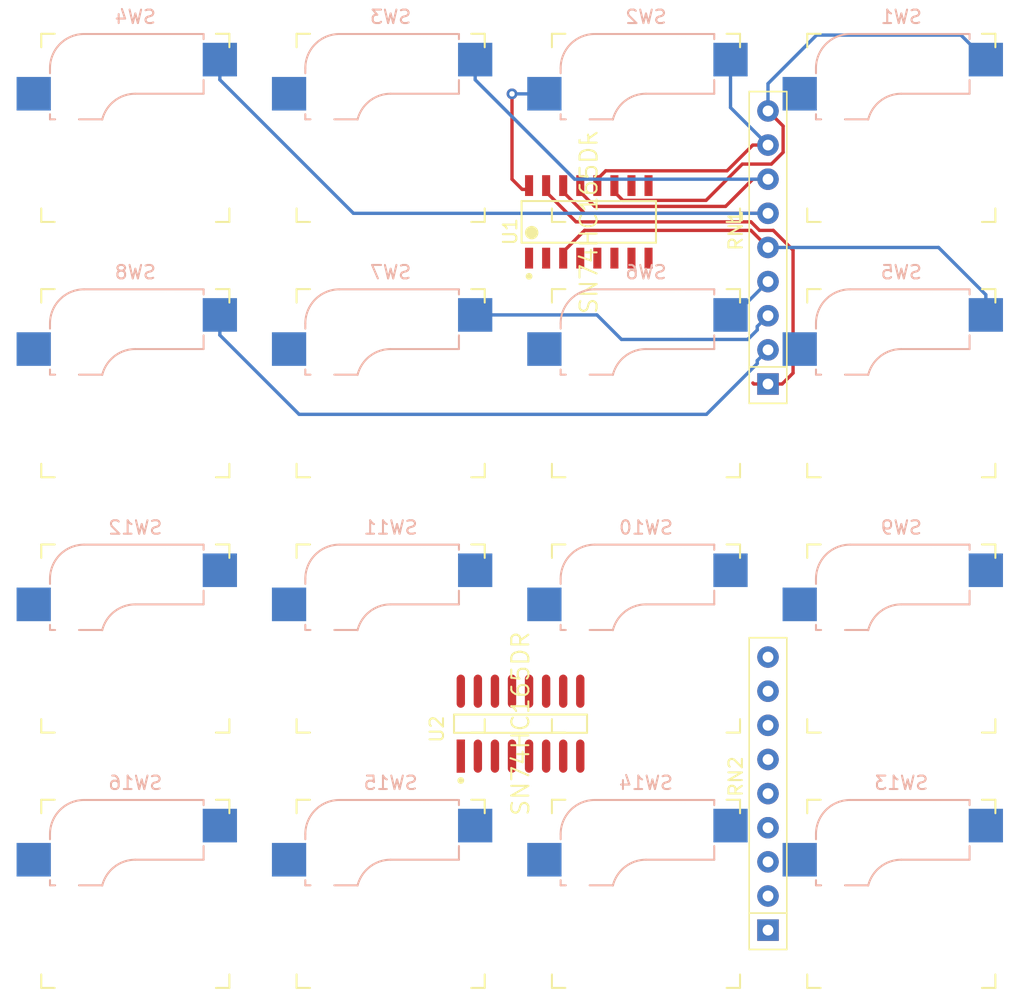
<source format=kicad_pcb>
(kicad_pcb (version 20171130) (host pcbnew "(5.0.2)-1")

  (general
    (thickness 1.6)
    (drawings 0)
    (tracks 75)
    (zones 0)
    (modules 20)
    (nets 26)
  )

  (page A4)
  (layers
    (0 F.Cu signal hide)
    (31 B.Cu signal)
    (32 B.Adhes user)
    (33 F.Adhes user)
    (34 B.Paste user)
    (35 F.Paste user)
    (36 B.SilkS user)
    (37 F.SilkS user)
    (38 B.Mask user)
    (39 F.Mask user)
    (40 Dwgs.User user)
    (41 Cmts.User user)
    (42 Eco1.User user)
    (43 Eco2.User user)
    (44 Edge.Cuts user)
    (45 Margin user)
    (46 B.CrtYd user)
    (47 F.CrtYd user)
    (48 B.Fab user)
    (49 F.Fab user)
  )

  (setup
    (last_trace_width 0.25)
    (trace_clearance 0.2)
    (zone_clearance 0.3)
    (zone_45_only no)
    (trace_min 0.2)
    (segment_width 0.2)
    (edge_width 0.15)
    (via_size 0.8)
    (via_drill 0.4)
    (via_min_size 0.4)
    (via_min_drill 0.3)
    (uvia_size 0.3)
    (uvia_drill 0.1)
    (uvias_allowed no)
    (uvia_min_size 0.2)
    (uvia_min_drill 0.1)
    (pcb_text_width 0.3)
    (pcb_text_size 1.5 1.5)
    (mod_edge_width 0.15)
    (mod_text_size 1 1)
    (mod_text_width 0.15)
    (pad_size 1.524 1.524)
    (pad_drill 0.762)
    (pad_to_mask_clearance 0.051)
    (solder_mask_min_width 0.25)
    (aux_axis_origin 0 0)
    (visible_elements 7FFFFFFF)
    (pcbplotparams
      (layerselection 0x010fc_ffffffff)
      (usegerberextensions false)
      (usegerberattributes false)
      (usegerberadvancedattributes false)
      (creategerberjobfile false)
      (excludeedgelayer true)
      (linewidth 0.100000)
      (plotframeref false)
      (viasonmask false)
      (mode 1)
      (useauxorigin false)
      (hpglpennumber 1)
      (hpglpenspeed 20)
      (hpglpendiameter 15.000000)
      (psnegative false)
      (psa4output false)
      (plotreference true)
      (plotvalue true)
      (plotinvisibletext false)
      (padsonsilk false)
      (subtractmaskfromsilk false)
      (outputformat 1)
      (mirror false)
      (drillshape 1)
      (scaleselection 1)
      (outputdirectory ""))
  )

  (net 0 "")
  (net 1 "Net-(RN1-Pad9)")
  (net 2 +5V)
  (net 3 "Net-(RN2-Pad3)")
  (net 4 "Net-(RN2-Pad4)")
  (net 5 "Net-(RN2-Pad5)")
  (net 6 "Net-(RN2-Pad6)")
  (net 7 "Net-(RN2-Pad7)")
  (net 8 "Net-(RN2-Pad8)")
  (net 9 "Net-(RN2-Pad9)")
  (net 10 "Net-(RN1-Pad3)")
  (net 11 "Net-(RN1-Pad4)")
  (net 12 "Net-(RN1-Pad5)")
  (net 13 "Net-(RN1-Pad6)")
  (net 14 "Net-(RN1-Pad7)")
  (net 15 "Net-(RN1-Pad8)")
  (net 16 "Net-(RN2-Pad2)")
  (net 17 "Net-(U2-Pad7)")
  (net 18 GND)
  (net 19 "Net-(U2-Pad9)")
  (net 20 "Net-(U1-Pad10)")
  (net 21 "Net-(U1-Pad9)")
  (net 22 "Net-(U1-Pad7)")
  (net 23 "Net-(U1-Pad2)")
  (net 24 "Net-(U1-Pad1)")
  (net 25 "Net-(RN1-Pad2)")

  (net_class Default "This is the default net class."
    (clearance 0.2)
    (trace_width 0.25)
    (via_dia 0.8)
    (via_drill 0.4)
    (uvia_dia 0.3)
    (uvia_drill 0.1)
    (add_net +5V)
    (add_net GND)
    (add_net "Net-(RN1-Pad2)")
    (add_net "Net-(RN1-Pad3)")
    (add_net "Net-(RN1-Pad4)")
    (add_net "Net-(RN1-Pad5)")
    (add_net "Net-(RN1-Pad6)")
    (add_net "Net-(RN1-Pad7)")
    (add_net "Net-(RN1-Pad8)")
    (add_net "Net-(RN1-Pad9)")
    (add_net "Net-(RN2-Pad2)")
    (add_net "Net-(RN2-Pad3)")
    (add_net "Net-(RN2-Pad4)")
    (add_net "Net-(RN2-Pad5)")
    (add_net "Net-(RN2-Pad6)")
    (add_net "Net-(RN2-Pad7)")
    (add_net "Net-(RN2-Pad8)")
    (add_net "Net-(RN2-Pad9)")
    (add_net "Net-(U1-Pad1)")
    (add_net "Net-(U1-Pad10)")
    (add_net "Net-(U1-Pad2)")
    (add_net "Net-(U1-Pad7)")
    (add_net "Net-(U1-Pad9)")
    (add_net "Net-(U2-Pad7)")
    (add_net "Net-(U2-Pad9)")
  )

  (module eec:Texas_Instruments-D0016A-0-0-MFG (layer F.Cu) (tedit 5EF115E1) (tstamp 5F6036E8)
    (at 245.745 86.995 90)
    (path /5F5D7E6F)
    (fp_text reference U1 (at -1.825 -5.85 90) (layer F.SilkS)
      (effects (font (size 1 1) (thickness 0.15)) (justify left))
    )
    (fp_text value SN74HC165DR (at 0 0 90) (layer F.SilkS)
      (effects (font (size 1.27 1.27) (thickness 0.15)))
    )
    (fp_circle (center -0.8 -4.25) (end -0.55 -4.25) (layer F.SilkS) (width 0.5))
    (fp_line (start 1.55 5) (end -1.55 5) (layer F.SilkS) (width 0.15))
    (fp_line (start 1.55 -5) (end 1.55 5) (layer F.SilkS) (width 0.15))
    (fp_line (start -1.55 -5) (end 1.55 -5) (layer F.SilkS) (width 0.15))
    (fp_line (start -1.55 5) (end -1.55 -5) (layer F.SilkS) (width 0.15))
    (fp_line (start 3.5 5.175) (end 3.5 -5.175) (layer F.CrtYd) (width 0.15))
    (fp_line (start -3.5 5.175) (end 3.5 5.175) (layer F.CrtYd) (width 0.15))
    (fp_line (start -3.5 -5.175) (end -3.5 5.175) (layer F.CrtYd) (width 0.15))
    (fp_line (start 3.5 -5.175) (end -3.5 -5.175) (layer F.CrtYd) (width 0.15))
    (fp_line (start 3.5 -5.175) (end 3.5 -5.175) (layer F.CrtYd) (width 0.15))
    (fp_circle (center -4.05 -4.445) (end -3.925 -4.445) (layer F.SilkS) (width 0.25))
    (fp_line (start -1.55 5) (end 1.55 5) (layer F.SilkS) (width 0.15))
    (fp_line (start 2 5) (end -2 5) (layer F.Fab) (width 0.15))
    (fp_line (start 2 -5) (end 2 5) (layer F.Fab) (width 0.15))
    (fp_line (start -2 -5) (end 2 -5) (layer F.Fab) (width 0.15))
    (fp_line (start -2 5) (end -2 -5) (layer F.Fab) (width 0.15))
    (pad ~ smd rect (at -2.7 -4.445 90) (size 1.5 0.55) (layers F.Paste))
    (pad ~ smd rect (at -2.7 -3.175 90) (size 1.5 0.55) (layers F.Paste))
    (pad ~ smd rect (at -2.7 -1.905 90) (size 1.5 0.55) (layers F.Paste))
    (pad ~ smd rect (at -2.7 -0.635 90) (size 1.5 0.55) (layers F.Paste))
    (pad ~ smd rect (at -2.7 0.635 90) (size 1.5 0.55) (layers F.Paste))
    (pad ~ smd rect (at -2.7 1.905 90) (size 1.5 0.55) (layers F.Paste))
    (pad ~ smd rect (at -2.7 3.175 90) (size 1.5 0.55) (layers F.Paste))
    (pad ~ smd rect (at -2.7 4.445 90) (size 1.5 0.55) (layers F.Paste))
    (pad ~ smd rect (at 2.7 -4.445 90) (size 1.5 0.55) (layers F.Paste))
    (pad ~ smd rect (at 2.7 -3.175 90) (size 1.5 0.55) (layers F.Paste))
    (pad ~ smd rect (at 2.7 -1.905 90) (size 1.5 0.55) (layers F.Paste))
    (pad ~ smd rect (at 2.7 -0.635 90) (size 1.5 0.55) (layers F.Paste))
    (pad ~ smd rect (at 2.7 0.635 90) (size 1.5 0.55) (layers F.Paste))
    (pad ~ smd rect (at 2.7 1.905 90) (size 1.5 0.55) (layers F.Paste))
    (pad ~ smd rect (at 2.7 3.175 90) (size 1.5 0.55) (layers F.Paste))
    (pad ~ smd rect (at 2.7 4.445 90) (size 1.5 0.55) (layers F.Paste))
    (pad 16 smd rect (at 2.7 -4.445 90) (size 1.55 0.6) (layers F.Cu F.Mask)
      (net 2 +5V))
    (pad 15 smd rect (at 2.7 -3.175 90) (size 1.55 0.6) (layers F.Cu F.Mask)
      (net 18 GND))
    (pad 14 smd rect (at 2.7 -1.905 90) (size 1.55 0.6) (layers F.Cu F.Mask)
      (net 13 "Net-(RN1-Pad6)"))
    (pad 13 smd rect (at 2.7 -0.635 90) (size 1.55 0.6) (layers F.Cu F.Mask)
      (net 14 "Net-(RN1-Pad7)"))
    (pad 12 smd rect (at 2.7 0.635 90) (size 1.55 0.6) (layers F.Cu F.Mask)
      (net 15 "Net-(RN1-Pad8)"))
    (pad 11 smd rect (at 2.7 1.905 90) (size 1.55 0.6) (layers F.Cu F.Mask)
      (net 1 "Net-(RN1-Pad9)"))
    (pad 10 smd rect (at 2.7 3.175 90) (size 1.55 0.6) (layers F.Cu F.Mask)
      (net 20 "Net-(U1-Pad10)"))
    (pad 9 smd rect (at 2.7 4.445 90) (size 1.55 0.6) (layers F.Cu F.Mask)
      (net 21 "Net-(U1-Pad9)"))
    (pad 8 smd rect (at -2.7 4.445 90) (size 1.55 0.6) (layers F.Cu F.Mask)
      (net 18 GND))
    (pad 7 smd rect (at -2.7 3.175 90) (size 1.55 0.6) (layers F.Cu F.Mask)
      (net 22 "Net-(U1-Pad7)"))
    (pad 6 smd rect (at -2.7 1.905 90) (size 1.55 0.6) (layers F.Cu F.Mask)
      (net 25 "Net-(RN1-Pad2)"))
    (pad 5 smd rect (at -2.7 0.635 90) (size 1.55 0.6) (layers F.Cu F.Mask)
      (net 10 "Net-(RN1-Pad3)"))
    (pad 4 smd rect (at -2.7 -0.635 90) (size 1.55 0.6) (layers F.Cu F.Mask)
      (net 11 "Net-(RN1-Pad4)"))
    (pad 3 smd rect (at -2.7 -1.905 90) (size 1.55 0.6) (layers F.Cu F.Mask)
      (net 12 "Net-(RN1-Pad5)"))
    (pad 2 smd rect (at -2.7 -3.175 90) (size 1.55 0.6) (layers F.Cu F.Mask)
      (net 23 "Net-(U1-Pad2)"))
    (pad 1 smd rect (at -2.7 -4.445 90) (size 1.55 0.6) (layers F.Cu F.Mask)
      (net 24 "Net-(U1-Pad1)"))
    (model eec.models/Texas_Instruments_-_SN74HC165DR.step
      (at (xyz 0 0 0))
      (scale (xyz 1 1 1))
      (rotate (xyz 0 0 0))
    )
  )

  (module keyswitches:Kailh_socket_MX (layer F.Cu) (tedit 5DD4FB17) (tstamp 5F767DD8)
    (at 250 99)
    (descr "MX-style keyswitch with Kailh socket mount")
    (tags MX,cherry,gateron,kailh,pg1511,socket)
    (path /5F5EA7E7)
    (attr smd)
    (fp_text reference SW6 (at 0 -8.255) (layer B.SilkS)
      (effects (font (size 1 1) (thickness 0.15)) (justify mirror))
    )
    (fp_text value SW_SPST (at 0 8.255) (layer F.Fab)
      (effects (font (size 1 1) (thickness 0.15)))
    )
    (fp_text user %V (at -0.635 0.635) (layer B.Fab)
      (effects (font (size 1 1) (thickness 0.15)) (justify mirror))
    )
    (fp_text user %R (at -0.635 -4.445) (layer B.Fab)
      (effects (font (size 1 1) (thickness 0.15)) (justify mirror))
    )
    (fp_line (start -8.89 -3.81) (end -6.35 -3.81) (layer B.Fab) (width 0.12))
    (fp_line (start -8.89 -1.27) (end -8.89 -3.81) (layer B.Fab) (width 0.12))
    (fp_line (start -6.35 -1.27) (end -8.89 -1.27) (layer B.Fab) (width 0.12))
    (fp_line (start 7.62 -3.81) (end 5.08 -3.81) (layer B.Fab) (width 0.12))
    (fp_line (start 7.62 -6.35) (end 7.62 -3.81) (layer B.Fab) (width 0.12))
    (fp_line (start 5.08 -6.35) (end 7.62 -6.35) (layer B.Fab) (width 0.12))
    (fp_line (start 5.08 -2.54) (end 0 -2.54) (layer B.Fab) (width 0.12))
    (fp_line (start 5.08 -6.985) (end 5.08 -2.54) (layer B.Fab) (width 0.12))
    (fp_line (start -3.81 -6.985) (end 5.08 -6.985) (layer B.Fab) (width 0.12))
    (fp_line (start -6.35 -0.635) (end -6.35 -4.445) (layer B.Fab) (width 0.12))
    (fp_line (start -6.35 -0.635) (end -2.54 -0.635) (layer B.Fab) (width 0.12))
    (fp_arc (start 0 0) (end 0 -2.54) (angle -75.96375653) (layer B.Fab) (width 0.12))
    (fp_arc (start -3.81 -4.445) (end -3.81 -6.985) (angle -90) (layer B.Fab) (width 0.12))
    (fp_line (start 5.08 -6.985) (end 5.08 -6.604) (layer B.SilkS) (width 0.15))
    (fp_line (start -3.81 -6.985) (end 5.08 -6.985) (layer B.SilkS) (width 0.15))
    (fp_line (start -6.35 -4.445) (end -6.35 -4.064) (layer B.SilkS) (width 0.15))
    (fp_line (start -5.969 -0.635) (end -6.35 -0.635) (layer B.SilkS) (width 0.15))
    (fp_line (start -2.464162 -0.635) (end -4.191 -0.635) (layer B.SilkS) (width 0.15))
    (fp_line (start 5.08 -2.54) (end 0 -2.54) (layer B.SilkS) (width 0.15))
    (fp_line (start 5.08 -3.556) (end 5.08 -2.54) (layer B.SilkS) (width 0.15))
    (fp_arc (start 0 0) (end 0 -2.54) (angle -75.96375653) (layer B.SilkS) (width 0.15))
    (fp_line (start -6.35 -1.016) (end -6.35 -0.635) (layer B.SilkS) (width 0.15))
    (fp_arc (start -3.81 -4.445) (end -3.81 -6.985) (angle -90) (layer B.SilkS) (width 0.15))
    (fp_line (start -7.5 7.5) (end -7.5 -7.5) (layer F.Fab) (width 0.15))
    (fp_line (start 7.5 7.5) (end -7.5 7.5) (layer F.Fab) (width 0.15))
    (fp_line (start 7.5 -7.5) (end 7.5 7.5) (layer F.Fab) (width 0.15))
    (fp_line (start -7.5 -7.5) (end 7.5 -7.5) (layer F.Fab) (width 0.15))
    (fp_line (start -6.9 6.9) (end -6.9 -6.9) (layer Eco2.User) (width 0.15))
    (fp_line (start 6.9 -6.9) (end 6.9 6.9) (layer Eco2.User) (width 0.15))
    (fp_line (start 6.9 -6.9) (end -6.9 -6.9) (layer Eco2.User) (width 0.15))
    (fp_line (start -6.9 6.9) (end 6.9 6.9) (layer Eco2.User) (width 0.15))
    (fp_line (start 7 -7) (end 7 -6) (layer F.SilkS) (width 0.15))
    (fp_line (start 6 7) (end 7 7) (layer F.SilkS) (width 0.15))
    (fp_line (start 7 -7) (end 6 -7) (layer F.SilkS) (width 0.15))
    (fp_line (start 7 6) (end 7 7) (layer F.SilkS) (width 0.15))
    (fp_line (start -7 7) (end -7 6) (layer F.SilkS) (width 0.15))
    (fp_line (start -6 -7) (end -7 -7) (layer F.SilkS) (width 0.15))
    (fp_line (start -7 7) (end -6 7) (layer F.SilkS) (width 0.15))
    (fp_line (start -7 -6) (end -7 -7) (layer F.SilkS) (width 0.15))
    (pad 2 smd rect (at -7.56 -2.54) (size 2.55 2.5) (layers B.Cu B.Paste B.Mask)
      (net 2 +5V))
    (pad "" np_thru_hole circle (at -5.08 0) (size 1.7018 1.7018) (drill 1.7018) (layers *.Cu *.Mask))
    (pad "" np_thru_hole circle (at 5.08 0) (size 1.7018 1.7018) (drill 1.7018) (layers *.Cu *.Mask))
    (pad "" np_thru_hole circle (at 0 0) (size 3.9878 3.9878) (drill 3.9878) (layers *.Cu *.Mask))
    (pad "" np_thru_hole circle (at -3.81 -2.54) (size 3 3) (drill 3) (layers *.Cu *.Mask))
    (pad "" np_thru_hole circle (at 2.54 -5.08) (size 3 3) (drill 3) (layers *.Cu *.Mask))
    (pad 1 smd rect (at 6.29 -5.08) (size 2.55 2.5) (layers B.Cu B.Paste B.Mask)
      (net 11 "Net-(RN1-Pad4)"))
  )

  (module Resistor_THT:R_Array_SIP9 (layer F.Cu) (tedit 5A14249F) (tstamp 5F767F58)
    (at 259.08 99.06 90)
    (descr "9-pin Resistor SIP pack")
    (tags R)
    (path /5F5DFD93)
    (fp_text reference RN1 (at 11.43 -2.4 90) (layer F.SilkS)
      (effects (font (size 1 1) (thickness 0.15)))
    )
    (fp_text value R_Network08_US (at 11.43 2.4 90) (layer F.Fab)
      (effects (font (size 1 1) (thickness 0.15)))
    )
    (fp_line (start 22.05 -1.65) (end -1.7 -1.65) (layer F.CrtYd) (width 0.05))
    (fp_line (start 22.05 1.65) (end 22.05 -1.65) (layer F.CrtYd) (width 0.05))
    (fp_line (start -1.7 1.65) (end 22.05 1.65) (layer F.CrtYd) (width 0.05))
    (fp_line (start -1.7 -1.65) (end -1.7 1.65) (layer F.CrtYd) (width 0.05))
    (fp_line (start 1.27 -1.4) (end 1.27 1.4) (layer F.SilkS) (width 0.12))
    (fp_line (start 21.76 -1.4) (end -1.44 -1.4) (layer F.SilkS) (width 0.12))
    (fp_line (start 21.76 1.4) (end 21.76 -1.4) (layer F.SilkS) (width 0.12))
    (fp_line (start -1.44 1.4) (end 21.76 1.4) (layer F.SilkS) (width 0.12))
    (fp_line (start -1.44 -1.4) (end -1.44 1.4) (layer F.SilkS) (width 0.12))
    (fp_line (start 1.27 -1.25) (end 1.27 1.25) (layer F.Fab) (width 0.1))
    (fp_line (start 21.61 -1.25) (end -1.29 -1.25) (layer F.Fab) (width 0.1))
    (fp_line (start 21.61 1.25) (end 21.61 -1.25) (layer F.Fab) (width 0.1))
    (fp_line (start -1.29 1.25) (end 21.61 1.25) (layer F.Fab) (width 0.1))
    (fp_line (start -1.29 -1.25) (end -1.29 1.25) (layer F.Fab) (width 0.1))
    (fp_text user %R (at 10.16 0 90) (layer F.Fab)
      (effects (font (size 1 1) (thickness 0.15)))
    )
    (pad 9 thru_hole oval (at 20.32 0 90) (size 1.6 1.6) (drill 0.8) (layers *.Cu *.Mask)
      (net 1 "Net-(RN1-Pad9)"))
    (pad 8 thru_hole oval (at 17.78 0 90) (size 1.6 1.6) (drill 0.8) (layers *.Cu *.Mask)
      (net 15 "Net-(RN1-Pad8)"))
    (pad 7 thru_hole oval (at 15.24 0 90) (size 1.6 1.6) (drill 0.8) (layers *.Cu *.Mask)
      (net 14 "Net-(RN1-Pad7)"))
    (pad 6 thru_hole oval (at 12.7 0 90) (size 1.6 1.6) (drill 0.8) (layers *.Cu *.Mask)
      (net 13 "Net-(RN1-Pad6)"))
    (pad 5 thru_hole oval (at 10.16 0 90) (size 1.6 1.6) (drill 0.8) (layers *.Cu *.Mask)
      (net 12 "Net-(RN1-Pad5)"))
    (pad 4 thru_hole oval (at 7.62 0 90) (size 1.6 1.6) (drill 0.8) (layers *.Cu *.Mask)
      (net 11 "Net-(RN1-Pad4)"))
    (pad 3 thru_hole oval (at 5.08 0 90) (size 1.6 1.6) (drill 0.8) (layers *.Cu *.Mask)
      (net 10 "Net-(RN1-Pad3)"))
    (pad 2 thru_hole oval (at 2.54 0 90) (size 1.6 1.6) (drill 0.8) (layers *.Cu *.Mask)
      (net 25 "Net-(RN1-Pad2)"))
    (pad 1 thru_hole rect (at 0 0 90) (size 1.6 1.6) (drill 0.8) (layers *.Cu *.Mask)
      (net 18 GND))
    (model ${KISYS3DMOD}/Resistor_THT.3dshapes/R_Array_SIP9.wrl
      (at (xyz 0 0 0))
      (scale (xyz 1 1 1))
      (rotate (xyz 0 0 0))
    )
  )

  (module Resistor_THT:R_Array_SIP9 (layer F.Cu) (tedit 5A14249F) (tstamp 5F767F3C)
    (at 259.08 139.7 90)
    (descr "9-pin Resistor SIP pack")
    (tags R)
    (path /5F5E0D5F)
    (fp_text reference RN2 (at 11.43 -2.4 90) (layer F.SilkS)
      (effects (font (size 1 1) (thickness 0.15)))
    )
    (fp_text value R_Network08_US (at 11.43 2.4 90) (layer F.Fab)
      (effects (font (size 1 1) (thickness 0.15)))
    )
    (fp_text user %R (at 10.16 0 90) (layer F.Fab)
      (effects (font (size 1 1) (thickness 0.15)))
    )
    (fp_line (start -1.29 -1.25) (end -1.29 1.25) (layer F.Fab) (width 0.1))
    (fp_line (start -1.29 1.25) (end 21.61 1.25) (layer F.Fab) (width 0.1))
    (fp_line (start 21.61 1.25) (end 21.61 -1.25) (layer F.Fab) (width 0.1))
    (fp_line (start 21.61 -1.25) (end -1.29 -1.25) (layer F.Fab) (width 0.1))
    (fp_line (start 1.27 -1.25) (end 1.27 1.25) (layer F.Fab) (width 0.1))
    (fp_line (start -1.44 -1.4) (end -1.44 1.4) (layer F.SilkS) (width 0.12))
    (fp_line (start -1.44 1.4) (end 21.76 1.4) (layer F.SilkS) (width 0.12))
    (fp_line (start 21.76 1.4) (end 21.76 -1.4) (layer F.SilkS) (width 0.12))
    (fp_line (start 21.76 -1.4) (end -1.44 -1.4) (layer F.SilkS) (width 0.12))
    (fp_line (start 1.27 -1.4) (end 1.27 1.4) (layer F.SilkS) (width 0.12))
    (fp_line (start -1.7 -1.65) (end -1.7 1.65) (layer F.CrtYd) (width 0.05))
    (fp_line (start -1.7 1.65) (end 22.05 1.65) (layer F.CrtYd) (width 0.05))
    (fp_line (start 22.05 1.65) (end 22.05 -1.65) (layer F.CrtYd) (width 0.05))
    (fp_line (start 22.05 -1.65) (end -1.7 -1.65) (layer F.CrtYd) (width 0.05))
    (pad 1 thru_hole rect (at 0 0 90) (size 1.6 1.6) (drill 0.8) (layers *.Cu *.Mask)
      (net 18 GND))
    (pad 2 thru_hole oval (at 2.54 0 90) (size 1.6 1.6) (drill 0.8) (layers *.Cu *.Mask)
      (net 16 "Net-(RN2-Pad2)"))
    (pad 3 thru_hole oval (at 5.08 0 90) (size 1.6 1.6) (drill 0.8) (layers *.Cu *.Mask)
      (net 3 "Net-(RN2-Pad3)"))
    (pad 4 thru_hole oval (at 7.62 0 90) (size 1.6 1.6) (drill 0.8) (layers *.Cu *.Mask)
      (net 4 "Net-(RN2-Pad4)"))
    (pad 5 thru_hole oval (at 10.16 0 90) (size 1.6 1.6) (drill 0.8) (layers *.Cu *.Mask)
      (net 5 "Net-(RN2-Pad5)"))
    (pad 6 thru_hole oval (at 12.7 0 90) (size 1.6 1.6) (drill 0.8) (layers *.Cu *.Mask)
      (net 6 "Net-(RN2-Pad6)"))
    (pad 7 thru_hole oval (at 15.24 0 90) (size 1.6 1.6) (drill 0.8) (layers *.Cu *.Mask)
      (net 7 "Net-(RN2-Pad7)"))
    (pad 8 thru_hole oval (at 17.78 0 90) (size 1.6 1.6) (drill 0.8) (layers *.Cu *.Mask)
      (net 8 "Net-(RN2-Pad8)"))
    (pad 9 thru_hole oval (at 20.32 0 90) (size 1.6 1.6) (drill 0.8) (layers *.Cu *.Mask)
      (net 9 "Net-(RN2-Pad9)"))
    (model ${KISYS3DMOD}/Resistor_THT.3dshapes/R_Array_SIP9.wrl
      (at (xyz 0 0 0))
      (scale (xyz 1 1 1))
      (rotate (xyz 0 0 0))
    )
  )

  (module eec:Texas_Instruments-D0016A-0-0-IPC_A (layer F.Cu) (tedit 5EF115E1) (tstamp 5F767EFE)
    (at 240.665 124.336067 90)
    (path /5F5E0DF6)
    (fp_text reference U2 (at -1.5031 -6.225 90) (layer F.SilkS)
      (effects (font (size 1 1) (thickness 0.15)) (justify left))
    )
    (fp_text value SN74HC165DR (at 0 0 90) (layer F.SilkS)
      (effects (font (size 1.27 1.27) (thickness 0.15)))
    )
    (fp_line (start -1.95 4.95) (end -1.95 -4.95) (layer F.Fab) (width 0.15))
    (fp_line (start -1.95 -4.95) (end 1.95 -4.95) (layer F.Fab) (width 0.15))
    (fp_line (start 1.95 -4.95) (end 1.95 4.95) (layer F.Fab) (width 0.15))
    (fp_line (start 1.95 4.95) (end -1.95 4.95) (layer F.Fab) (width 0.15))
    (fp_line (start 4.078101 -5.375) (end 4.078101 -5.375) (layer F.CrtYd) (width 0.15))
    (fp_line (start 4.078101 -5.375) (end -4.078099 -5.375) (layer F.CrtYd) (width 0.15))
    (fp_line (start -4.078099 -5.375) (end -4.078099 5.375) (layer F.CrtYd) (width 0.15))
    (fp_line (start -4.078099 5.375) (end 4.078101 5.375) (layer F.CrtYd) (width 0.15))
    (fp_line (start 4.078101 5.375) (end 4.078101 -5.375) (layer F.CrtYd) (width 0.15))
    (fp_line (start -0.679034 4.95) (end -0.679034 -4.95) (layer F.SilkS) (width 0.15))
    (fp_line (start -0.679034 -4.95) (end 0.679034 -4.95) (layer F.SilkS) (width 0.15))
    (fp_line (start 0.679034 -4.95) (end 0.679034 4.95) (layer F.SilkS) (width 0.15))
    (fp_line (start 0.679034 4.95) (end -0.679034 4.95) (layer F.SilkS) (width 0.15))
    (fp_circle (center -4.2281 -4.445) (end -4.1031 -4.445) (layer F.SilkS) (width 0.25))
    (pad 1 smd rect (at -2.416067 -4.445 90) (size 2.474066 0.622132) (layers F.Cu F.Paste F.Mask)
      (net 24 "Net-(U1-Pad1)"))
    (pad 2 smd roundrect (at -2.416067 -3.175 90) (size 2.474066 0.622132) (layers F.Cu F.Paste F.Mask) (roundrect_rratio 0.5)
      (net 23 "Net-(U1-Pad2)"))
    (pad 3 smd roundrect (at -2.416067 -1.905 90) (size 2.474066 0.622132) (layers F.Cu F.Paste F.Mask) (roundrect_rratio 0.5)
      (net 5 "Net-(RN2-Pad5)"))
    (pad 4 smd roundrect (at -2.416067 -0.635 90) (size 2.474066 0.622132) (layers F.Cu F.Paste F.Mask) (roundrect_rratio 0.5)
      (net 4 "Net-(RN2-Pad4)"))
    (pad 5 smd roundrect (at -2.416067 0.635 90) (size 2.474066 0.622132) (layers F.Cu F.Paste F.Mask) (roundrect_rratio 0.5)
      (net 3 "Net-(RN2-Pad3)"))
    (pad 6 smd roundrect (at -2.416067 1.905 90) (size 2.474066 0.622132) (layers F.Cu F.Paste F.Mask) (roundrect_rratio 0.5)
      (net 16 "Net-(RN2-Pad2)"))
    (pad 7 smd roundrect (at -2.416067 3.175 90) (size 2.474066 0.622132) (layers F.Cu F.Paste F.Mask) (roundrect_rratio 0.5)
      (net 17 "Net-(U2-Pad7)"))
    (pad 8 smd roundrect (at -2.416067 4.445 90) (size 2.474066 0.622132) (layers F.Cu F.Paste F.Mask) (roundrect_rratio 0.5)
      (net 18 GND))
    (pad 9 smd roundrect (at 2.416067 4.445 90) (size 2.474066 0.622132) (layers F.Cu F.Paste F.Mask) (roundrect_rratio 0.5)
      (net 19 "Net-(U2-Pad9)"))
    (pad 10 smd roundrect (at 2.416067 3.175 90) (size 2.474066 0.622132) (layers F.Cu F.Paste F.Mask) (roundrect_rratio 0.5)
      (net 21 "Net-(U1-Pad9)"))
    (pad 11 smd roundrect (at 2.416067 1.905 90) (size 2.474066 0.622132) (layers F.Cu F.Paste F.Mask) (roundrect_rratio 0.5)
      (net 9 "Net-(RN2-Pad9)"))
    (pad 12 smd roundrect (at 2.416067 0.635 90) (size 2.474066 0.622132) (layers F.Cu F.Paste F.Mask) (roundrect_rratio 0.5)
      (net 8 "Net-(RN2-Pad8)"))
    (pad 13 smd roundrect (at 2.416067 -0.635 90) (size 2.474066 0.622132) (layers F.Cu F.Paste F.Mask) (roundrect_rratio 0.5)
      (net 7 "Net-(RN2-Pad7)"))
    (pad 14 smd roundrect (at 2.416067 -1.905 90) (size 2.474066 0.622132) (layers F.Cu F.Paste F.Mask) (roundrect_rratio 0.5)
      (net 6 "Net-(RN2-Pad6)"))
    (pad 15 smd roundrect (at 2.416067 -3.175 90) (size 2.474066 0.622132) (layers F.Cu F.Paste F.Mask) (roundrect_rratio 0.5)
      (net 18 GND))
    (pad 16 smd roundrect (at 2.416067 -4.445 90) (size 2.474066 0.622132) (layers F.Cu F.Paste F.Mask) (roundrect_rratio 0.5)
      (net 2 +5V))
    (model eec.models/Texas_Instruments_-_SN74HC165DR.step
      (at (xyz 0 0 0))
      (scale (xyz 1 1 1))
      (rotate (xyz 0 0 0))
    )
  )

  (module keyswitches:Kailh_socket_MX (layer F.Cu) (tedit 5DD4FB17) (tstamp 5F767EDC)
    (at 212 137)
    (descr "MX-style keyswitch with Kailh socket mount")
    (tags MX,cherry,gateron,kailh,pg1511,socket)
    (path /5F5E0D90)
    (attr smd)
    (fp_text reference SW16 (at 0 -8.255) (layer B.SilkS)
      (effects (font (size 1 1) (thickness 0.15)) (justify mirror))
    )
    (fp_text value SW_SPST (at 0 8.255) (layer F.Fab)
      (effects (font (size 1 1) (thickness 0.15)))
    )
    (fp_line (start -7 -6) (end -7 -7) (layer F.SilkS) (width 0.15))
    (fp_line (start -7 7) (end -6 7) (layer F.SilkS) (width 0.15))
    (fp_line (start -6 -7) (end -7 -7) (layer F.SilkS) (width 0.15))
    (fp_line (start -7 7) (end -7 6) (layer F.SilkS) (width 0.15))
    (fp_line (start 7 6) (end 7 7) (layer F.SilkS) (width 0.15))
    (fp_line (start 7 -7) (end 6 -7) (layer F.SilkS) (width 0.15))
    (fp_line (start 6 7) (end 7 7) (layer F.SilkS) (width 0.15))
    (fp_line (start 7 -7) (end 7 -6) (layer F.SilkS) (width 0.15))
    (fp_line (start -6.9 6.9) (end 6.9 6.9) (layer Eco2.User) (width 0.15))
    (fp_line (start 6.9 -6.9) (end -6.9 -6.9) (layer Eco2.User) (width 0.15))
    (fp_line (start 6.9 -6.9) (end 6.9 6.9) (layer Eco2.User) (width 0.15))
    (fp_line (start -6.9 6.9) (end -6.9 -6.9) (layer Eco2.User) (width 0.15))
    (fp_line (start -7.5 -7.5) (end 7.5 -7.5) (layer F.Fab) (width 0.15))
    (fp_line (start 7.5 -7.5) (end 7.5 7.5) (layer F.Fab) (width 0.15))
    (fp_line (start 7.5 7.5) (end -7.5 7.5) (layer F.Fab) (width 0.15))
    (fp_line (start -7.5 7.5) (end -7.5 -7.5) (layer F.Fab) (width 0.15))
    (fp_arc (start -3.81 -4.445) (end -3.81 -6.985) (angle -90) (layer B.SilkS) (width 0.15))
    (fp_line (start -6.35 -1.016) (end -6.35 -0.635) (layer B.SilkS) (width 0.15))
    (fp_arc (start 0 0) (end 0 -2.54) (angle -75.96375653) (layer B.SilkS) (width 0.15))
    (fp_line (start 5.08 -3.556) (end 5.08 -2.54) (layer B.SilkS) (width 0.15))
    (fp_line (start 5.08 -2.54) (end 0 -2.54) (layer B.SilkS) (width 0.15))
    (fp_line (start -2.464162 -0.635) (end -4.191 -0.635) (layer B.SilkS) (width 0.15))
    (fp_line (start -5.969 -0.635) (end -6.35 -0.635) (layer B.SilkS) (width 0.15))
    (fp_line (start -6.35 -4.445) (end -6.35 -4.064) (layer B.SilkS) (width 0.15))
    (fp_line (start -3.81 -6.985) (end 5.08 -6.985) (layer B.SilkS) (width 0.15))
    (fp_line (start 5.08 -6.985) (end 5.08 -6.604) (layer B.SilkS) (width 0.15))
    (fp_arc (start -3.81 -4.445) (end -3.81 -6.985) (angle -90) (layer B.Fab) (width 0.12))
    (fp_arc (start 0 0) (end 0 -2.54) (angle -75.96375653) (layer B.Fab) (width 0.12))
    (fp_line (start -6.35 -0.635) (end -2.54 -0.635) (layer B.Fab) (width 0.12))
    (fp_line (start -6.35 -0.635) (end -6.35 -4.445) (layer B.Fab) (width 0.12))
    (fp_line (start -3.81 -6.985) (end 5.08 -6.985) (layer B.Fab) (width 0.12))
    (fp_line (start 5.08 -6.985) (end 5.08 -2.54) (layer B.Fab) (width 0.12))
    (fp_line (start 5.08 -2.54) (end 0 -2.54) (layer B.Fab) (width 0.12))
    (fp_line (start 5.08 -6.35) (end 7.62 -6.35) (layer B.Fab) (width 0.12))
    (fp_line (start 7.62 -6.35) (end 7.62 -3.81) (layer B.Fab) (width 0.12))
    (fp_line (start 7.62 -3.81) (end 5.08 -3.81) (layer B.Fab) (width 0.12))
    (fp_line (start -6.35 -1.27) (end -8.89 -1.27) (layer B.Fab) (width 0.12))
    (fp_line (start -8.89 -1.27) (end -8.89 -3.81) (layer B.Fab) (width 0.12))
    (fp_line (start -8.89 -3.81) (end -6.35 -3.81) (layer B.Fab) (width 0.12))
    (fp_text user %R (at -0.635 -4.445) (layer B.Fab)
      (effects (font (size 1 1) (thickness 0.15)) (justify mirror))
    )
    (fp_text user %V (at -0.635 0.635) (layer B.Fab)
      (effects (font (size 1 1) (thickness 0.15)) (justify mirror))
    )
    (pad 1 smd rect (at 6.29 -5.08) (size 2.55 2.5) (layers B.Cu B.Paste B.Mask)
      (net 16 "Net-(RN2-Pad2)"))
    (pad "" np_thru_hole circle (at 2.54 -5.08) (size 3 3) (drill 3) (layers *.Cu *.Mask))
    (pad "" np_thru_hole circle (at -3.81 -2.54) (size 3 3) (drill 3) (layers *.Cu *.Mask))
    (pad "" np_thru_hole circle (at 0 0) (size 3.9878 3.9878) (drill 3.9878) (layers *.Cu *.Mask))
    (pad "" np_thru_hole circle (at 5.08 0) (size 1.7018 1.7018) (drill 1.7018) (layers *.Cu *.Mask))
    (pad "" np_thru_hole circle (at -5.08 0) (size 1.7018 1.7018) (drill 1.7018) (layers *.Cu *.Mask))
    (pad 2 smd rect (at -7.56 -2.54) (size 2.55 2.5) (layers B.Cu B.Paste B.Mask)
      (net 2 +5V))
  )

  (module keyswitches:Kailh_socket_MX (layer F.Cu) (tedit 5DD4FB17) (tstamp 5F767EA8)
    (at 250 80)
    (descr "MX-style keyswitch with Kailh socket mount")
    (tags MX,cherry,gateron,kailh,pg1511,socket)
    (path /5F5EA2C9)
    (attr smd)
    (fp_text reference SW2 (at 0 -8.255) (layer B.SilkS)
      (effects (font (size 1 1) (thickness 0.15)) (justify mirror))
    )
    (fp_text value SW_SPST (at 0 8.255) (layer F.Fab)
      (effects (font (size 1 1) (thickness 0.15)))
    )
    (fp_text user %V (at -0.635 0.635) (layer B.Fab)
      (effects (font (size 1 1) (thickness 0.15)) (justify mirror))
    )
    (fp_text user %R (at -0.635 -4.445) (layer B.Fab)
      (effects (font (size 1 1) (thickness 0.15)) (justify mirror))
    )
    (fp_line (start -8.89 -3.81) (end -6.35 -3.81) (layer B.Fab) (width 0.12))
    (fp_line (start -8.89 -1.27) (end -8.89 -3.81) (layer B.Fab) (width 0.12))
    (fp_line (start -6.35 -1.27) (end -8.89 -1.27) (layer B.Fab) (width 0.12))
    (fp_line (start 7.62 -3.81) (end 5.08 -3.81) (layer B.Fab) (width 0.12))
    (fp_line (start 7.62 -6.35) (end 7.62 -3.81) (layer B.Fab) (width 0.12))
    (fp_line (start 5.08 -6.35) (end 7.62 -6.35) (layer B.Fab) (width 0.12))
    (fp_line (start 5.08 -2.54) (end 0 -2.54) (layer B.Fab) (width 0.12))
    (fp_line (start 5.08 -6.985) (end 5.08 -2.54) (layer B.Fab) (width 0.12))
    (fp_line (start -3.81 -6.985) (end 5.08 -6.985) (layer B.Fab) (width 0.12))
    (fp_line (start -6.35 -0.635) (end -6.35 -4.445) (layer B.Fab) (width 0.12))
    (fp_line (start -6.35 -0.635) (end -2.54 -0.635) (layer B.Fab) (width 0.12))
    (fp_arc (start 0 0) (end 0 -2.54) (angle -75.96375653) (layer B.Fab) (width 0.12))
    (fp_arc (start -3.81 -4.445) (end -3.81 -6.985) (angle -90) (layer B.Fab) (width 0.12))
    (fp_line (start 5.08 -6.985) (end 5.08 -6.604) (layer B.SilkS) (width 0.15))
    (fp_line (start -3.81 -6.985) (end 5.08 -6.985) (layer B.SilkS) (width 0.15))
    (fp_line (start -6.35 -4.445) (end -6.35 -4.064) (layer B.SilkS) (width 0.15))
    (fp_line (start -5.969 -0.635) (end -6.35 -0.635) (layer B.SilkS) (width 0.15))
    (fp_line (start -2.464162 -0.635) (end -4.191 -0.635) (layer B.SilkS) (width 0.15))
    (fp_line (start 5.08 -2.54) (end 0 -2.54) (layer B.SilkS) (width 0.15))
    (fp_line (start 5.08 -3.556) (end 5.08 -2.54) (layer B.SilkS) (width 0.15))
    (fp_arc (start 0 0) (end 0 -2.54) (angle -75.96375653) (layer B.SilkS) (width 0.15))
    (fp_line (start -6.35 -1.016) (end -6.35 -0.635) (layer B.SilkS) (width 0.15))
    (fp_arc (start -3.81 -4.445) (end -3.81 -6.985) (angle -90) (layer B.SilkS) (width 0.15))
    (fp_line (start -7.5 7.5) (end -7.5 -7.5) (layer F.Fab) (width 0.15))
    (fp_line (start 7.5 7.5) (end -7.5 7.5) (layer F.Fab) (width 0.15))
    (fp_line (start 7.5 -7.5) (end 7.5 7.5) (layer F.Fab) (width 0.15))
    (fp_line (start -7.5 -7.5) (end 7.5 -7.5) (layer F.Fab) (width 0.15))
    (fp_line (start -6.9 6.9) (end -6.9 -6.9) (layer Eco2.User) (width 0.15))
    (fp_line (start 6.9 -6.9) (end 6.9 6.9) (layer Eco2.User) (width 0.15))
    (fp_line (start 6.9 -6.9) (end -6.9 -6.9) (layer Eco2.User) (width 0.15))
    (fp_line (start -6.9 6.9) (end 6.9 6.9) (layer Eco2.User) (width 0.15))
    (fp_line (start 7 -7) (end 7 -6) (layer F.SilkS) (width 0.15))
    (fp_line (start 6 7) (end 7 7) (layer F.SilkS) (width 0.15))
    (fp_line (start 7 -7) (end 6 -7) (layer F.SilkS) (width 0.15))
    (fp_line (start 7 6) (end 7 7) (layer F.SilkS) (width 0.15))
    (fp_line (start -7 7) (end -7 6) (layer F.SilkS) (width 0.15))
    (fp_line (start -6 -7) (end -7 -7) (layer F.SilkS) (width 0.15))
    (fp_line (start -7 7) (end -6 7) (layer F.SilkS) (width 0.15))
    (fp_line (start -7 -6) (end -7 -7) (layer F.SilkS) (width 0.15))
    (pad 2 smd rect (at -7.56 -2.54) (size 2.55 2.5) (layers B.Cu B.Paste B.Mask)
      (net 2 +5V))
    (pad "" np_thru_hole circle (at -5.08 0) (size 1.7018 1.7018) (drill 1.7018) (layers *.Cu *.Mask))
    (pad "" np_thru_hole circle (at 5.08 0) (size 1.7018 1.7018) (drill 1.7018) (layers *.Cu *.Mask))
    (pad "" np_thru_hole circle (at 0 0) (size 3.9878 3.9878) (drill 3.9878) (layers *.Cu *.Mask))
    (pad "" np_thru_hole circle (at -3.81 -2.54) (size 3 3) (drill 3) (layers *.Cu *.Mask))
    (pad "" np_thru_hole circle (at 2.54 -5.08) (size 3 3) (drill 3) (layers *.Cu *.Mask))
    (pad 1 smd rect (at 6.29 -5.08) (size 2.55 2.5) (layers B.Cu B.Paste B.Mask)
      (net 15 "Net-(RN1-Pad8)"))
  )

  (module keyswitches:Kailh_socket_MX (layer F.Cu) (tedit 5DD4FB17) (tstamp 5F767E74)
    (at 231 80)
    (descr "MX-style keyswitch with Kailh socket mount")
    (tags MX,cherry,gateron,kailh,pg1511,socket)
    (path /5F5EA41C)
    (attr smd)
    (fp_text reference SW3 (at 0 -8.255) (layer B.SilkS)
      (effects (font (size 1 1) (thickness 0.15)) (justify mirror))
    )
    (fp_text value SW_SPST (at 0 8.255) (layer F.Fab)
      (effects (font (size 1 1) (thickness 0.15)))
    )
    (fp_line (start -7 -6) (end -7 -7) (layer F.SilkS) (width 0.15))
    (fp_line (start -7 7) (end -6 7) (layer F.SilkS) (width 0.15))
    (fp_line (start -6 -7) (end -7 -7) (layer F.SilkS) (width 0.15))
    (fp_line (start -7 7) (end -7 6) (layer F.SilkS) (width 0.15))
    (fp_line (start 7 6) (end 7 7) (layer F.SilkS) (width 0.15))
    (fp_line (start 7 -7) (end 6 -7) (layer F.SilkS) (width 0.15))
    (fp_line (start 6 7) (end 7 7) (layer F.SilkS) (width 0.15))
    (fp_line (start 7 -7) (end 7 -6) (layer F.SilkS) (width 0.15))
    (fp_line (start -6.9 6.9) (end 6.9 6.9) (layer Eco2.User) (width 0.15))
    (fp_line (start 6.9 -6.9) (end -6.9 -6.9) (layer Eco2.User) (width 0.15))
    (fp_line (start 6.9 -6.9) (end 6.9 6.9) (layer Eco2.User) (width 0.15))
    (fp_line (start -6.9 6.9) (end -6.9 -6.9) (layer Eco2.User) (width 0.15))
    (fp_line (start -7.5 -7.5) (end 7.5 -7.5) (layer F.Fab) (width 0.15))
    (fp_line (start 7.5 -7.5) (end 7.5 7.5) (layer F.Fab) (width 0.15))
    (fp_line (start 7.5 7.5) (end -7.5 7.5) (layer F.Fab) (width 0.15))
    (fp_line (start -7.5 7.5) (end -7.5 -7.5) (layer F.Fab) (width 0.15))
    (fp_arc (start -3.81 -4.445) (end -3.81 -6.985) (angle -90) (layer B.SilkS) (width 0.15))
    (fp_line (start -6.35 -1.016) (end -6.35 -0.635) (layer B.SilkS) (width 0.15))
    (fp_arc (start 0 0) (end 0 -2.54) (angle -75.96375653) (layer B.SilkS) (width 0.15))
    (fp_line (start 5.08 -3.556) (end 5.08 -2.54) (layer B.SilkS) (width 0.15))
    (fp_line (start 5.08 -2.54) (end 0 -2.54) (layer B.SilkS) (width 0.15))
    (fp_line (start -2.464162 -0.635) (end -4.191 -0.635) (layer B.SilkS) (width 0.15))
    (fp_line (start -5.969 -0.635) (end -6.35 -0.635) (layer B.SilkS) (width 0.15))
    (fp_line (start -6.35 -4.445) (end -6.35 -4.064) (layer B.SilkS) (width 0.15))
    (fp_line (start -3.81 -6.985) (end 5.08 -6.985) (layer B.SilkS) (width 0.15))
    (fp_line (start 5.08 -6.985) (end 5.08 -6.604) (layer B.SilkS) (width 0.15))
    (fp_arc (start -3.81 -4.445) (end -3.81 -6.985) (angle -90) (layer B.Fab) (width 0.12))
    (fp_arc (start 0 0) (end 0 -2.54) (angle -75.96375653) (layer B.Fab) (width 0.12))
    (fp_line (start -6.35 -0.635) (end -2.54 -0.635) (layer B.Fab) (width 0.12))
    (fp_line (start -6.35 -0.635) (end -6.35 -4.445) (layer B.Fab) (width 0.12))
    (fp_line (start -3.81 -6.985) (end 5.08 -6.985) (layer B.Fab) (width 0.12))
    (fp_line (start 5.08 -6.985) (end 5.08 -2.54) (layer B.Fab) (width 0.12))
    (fp_line (start 5.08 -2.54) (end 0 -2.54) (layer B.Fab) (width 0.12))
    (fp_line (start 5.08 -6.35) (end 7.62 -6.35) (layer B.Fab) (width 0.12))
    (fp_line (start 7.62 -6.35) (end 7.62 -3.81) (layer B.Fab) (width 0.12))
    (fp_line (start 7.62 -3.81) (end 5.08 -3.81) (layer B.Fab) (width 0.12))
    (fp_line (start -6.35 -1.27) (end -8.89 -1.27) (layer B.Fab) (width 0.12))
    (fp_line (start -8.89 -1.27) (end -8.89 -3.81) (layer B.Fab) (width 0.12))
    (fp_line (start -8.89 -3.81) (end -6.35 -3.81) (layer B.Fab) (width 0.12))
    (fp_text user %R (at -0.635 -4.445) (layer B.Fab)
      (effects (font (size 1 1) (thickness 0.15)) (justify mirror))
    )
    (fp_text user %V (at -0.635 0.635) (layer B.Fab)
      (effects (font (size 1 1) (thickness 0.15)) (justify mirror))
    )
    (pad 1 smd rect (at 6.29 -5.08) (size 2.55 2.5) (layers B.Cu B.Paste B.Mask)
      (net 14 "Net-(RN1-Pad7)"))
    (pad "" np_thru_hole circle (at 2.54 -5.08) (size 3 3) (drill 3) (layers *.Cu *.Mask))
    (pad "" np_thru_hole circle (at -3.81 -2.54) (size 3 3) (drill 3) (layers *.Cu *.Mask))
    (pad "" np_thru_hole circle (at 0 0) (size 3.9878 3.9878) (drill 3.9878) (layers *.Cu *.Mask))
    (pad "" np_thru_hole circle (at 5.08 0) (size 1.7018 1.7018) (drill 1.7018) (layers *.Cu *.Mask))
    (pad "" np_thru_hole circle (at -5.08 0) (size 1.7018 1.7018) (drill 1.7018) (layers *.Cu *.Mask))
    (pad 2 smd rect (at -7.56 -2.54) (size 2.55 2.5) (layers B.Cu B.Paste B.Mask)
      (net 2 +5V))
  )

  (module keyswitches:Kailh_socket_MX (layer F.Cu) (tedit 5DD4FB17) (tstamp 5F767E40)
    (at 212 80)
    (descr "MX-style keyswitch with Kailh socket mount")
    (tags MX,cherry,gateron,kailh,pg1511,socket)
    (path /5F5EA55E)
    (attr smd)
    (fp_text reference SW4 (at 0 -8.255) (layer B.SilkS)
      (effects (font (size 1 1) (thickness 0.15)) (justify mirror))
    )
    (fp_text value SW_SPST (at 0 8.255) (layer F.Fab)
      (effects (font (size 1 1) (thickness 0.15)))
    )
    (fp_text user %V (at -0.635 0.635) (layer B.Fab)
      (effects (font (size 1 1) (thickness 0.15)) (justify mirror))
    )
    (fp_text user %R (at -0.635 -4.445) (layer B.Fab)
      (effects (font (size 1 1) (thickness 0.15)) (justify mirror))
    )
    (fp_line (start -8.89 -3.81) (end -6.35 -3.81) (layer B.Fab) (width 0.12))
    (fp_line (start -8.89 -1.27) (end -8.89 -3.81) (layer B.Fab) (width 0.12))
    (fp_line (start -6.35 -1.27) (end -8.89 -1.27) (layer B.Fab) (width 0.12))
    (fp_line (start 7.62 -3.81) (end 5.08 -3.81) (layer B.Fab) (width 0.12))
    (fp_line (start 7.62 -6.35) (end 7.62 -3.81) (layer B.Fab) (width 0.12))
    (fp_line (start 5.08 -6.35) (end 7.62 -6.35) (layer B.Fab) (width 0.12))
    (fp_line (start 5.08 -2.54) (end 0 -2.54) (layer B.Fab) (width 0.12))
    (fp_line (start 5.08 -6.985) (end 5.08 -2.54) (layer B.Fab) (width 0.12))
    (fp_line (start -3.81 -6.985) (end 5.08 -6.985) (layer B.Fab) (width 0.12))
    (fp_line (start -6.35 -0.635) (end -6.35 -4.445) (layer B.Fab) (width 0.12))
    (fp_line (start -6.35 -0.635) (end -2.54 -0.635) (layer B.Fab) (width 0.12))
    (fp_arc (start 0 0) (end 0 -2.54) (angle -75.96375653) (layer B.Fab) (width 0.12))
    (fp_arc (start -3.81 -4.445) (end -3.81 -6.985) (angle -90) (layer B.Fab) (width 0.12))
    (fp_line (start 5.08 -6.985) (end 5.08 -6.604) (layer B.SilkS) (width 0.15))
    (fp_line (start -3.81 -6.985) (end 5.08 -6.985) (layer B.SilkS) (width 0.15))
    (fp_line (start -6.35 -4.445) (end -6.35 -4.064) (layer B.SilkS) (width 0.15))
    (fp_line (start -5.969 -0.635) (end -6.35 -0.635) (layer B.SilkS) (width 0.15))
    (fp_line (start -2.464162 -0.635) (end -4.191 -0.635) (layer B.SilkS) (width 0.15))
    (fp_line (start 5.08 -2.54) (end 0 -2.54) (layer B.SilkS) (width 0.15))
    (fp_line (start 5.08 -3.556) (end 5.08 -2.54) (layer B.SilkS) (width 0.15))
    (fp_arc (start 0 0) (end 0 -2.54) (angle -75.96375653) (layer B.SilkS) (width 0.15))
    (fp_line (start -6.35 -1.016) (end -6.35 -0.635) (layer B.SilkS) (width 0.15))
    (fp_arc (start -3.81 -4.445) (end -3.81 -6.985) (angle -90) (layer B.SilkS) (width 0.15))
    (fp_line (start -7.5 7.5) (end -7.5 -7.5) (layer F.Fab) (width 0.15))
    (fp_line (start 7.5 7.5) (end -7.5 7.5) (layer F.Fab) (width 0.15))
    (fp_line (start 7.5 -7.5) (end 7.5 7.5) (layer F.Fab) (width 0.15))
    (fp_line (start -7.5 -7.5) (end 7.5 -7.5) (layer F.Fab) (width 0.15))
    (fp_line (start -6.9 6.9) (end -6.9 -6.9) (layer Eco2.User) (width 0.15))
    (fp_line (start 6.9 -6.9) (end 6.9 6.9) (layer Eco2.User) (width 0.15))
    (fp_line (start 6.9 -6.9) (end -6.9 -6.9) (layer Eco2.User) (width 0.15))
    (fp_line (start -6.9 6.9) (end 6.9 6.9) (layer Eco2.User) (width 0.15))
    (fp_line (start 7 -7) (end 7 -6) (layer F.SilkS) (width 0.15))
    (fp_line (start 6 7) (end 7 7) (layer F.SilkS) (width 0.15))
    (fp_line (start 7 -7) (end 6 -7) (layer F.SilkS) (width 0.15))
    (fp_line (start 7 6) (end 7 7) (layer F.SilkS) (width 0.15))
    (fp_line (start -7 7) (end -7 6) (layer F.SilkS) (width 0.15))
    (fp_line (start -6 -7) (end -7 -7) (layer F.SilkS) (width 0.15))
    (fp_line (start -7 7) (end -6 7) (layer F.SilkS) (width 0.15))
    (fp_line (start -7 -6) (end -7 -7) (layer F.SilkS) (width 0.15))
    (pad 2 smd rect (at -7.56 -2.54) (size 2.55 2.5) (layers B.Cu B.Paste B.Mask)
      (net 2 +5V))
    (pad "" np_thru_hole circle (at -5.08 0) (size 1.7018 1.7018) (drill 1.7018) (layers *.Cu *.Mask))
    (pad "" np_thru_hole circle (at 5.08 0) (size 1.7018 1.7018) (drill 1.7018) (layers *.Cu *.Mask))
    (pad "" np_thru_hole circle (at 0 0) (size 3.9878 3.9878) (drill 3.9878) (layers *.Cu *.Mask))
    (pad "" np_thru_hole circle (at -3.81 -2.54) (size 3 3) (drill 3) (layers *.Cu *.Mask))
    (pad "" np_thru_hole circle (at 2.54 -5.08) (size 3 3) (drill 3) (layers *.Cu *.Mask))
    (pad 1 smd rect (at 6.29 -5.08) (size 2.55 2.5) (layers B.Cu B.Paste B.Mask)
      (net 13 "Net-(RN1-Pad6)"))
  )

  (module keyswitches:Kailh_socket_MX (layer F.Cu) (tedit 5DD4FB17) (tstamp 5F767E0C)
    (at 269 99)
    (descr "MX-style keyswitch with Kailh socket mount")
    (tags MX,cherry,gateron,kailh,pg1511,socket)
    (path /5F5EA6A5)
    (attr smd)
    (fp_text reference SW5 (at 0 -8.255) (layer B.SilkS)
      (effects (font (size 1 1) (thickness 0.15)) (justify mirror))
    )
    (fp_text value SW_SPST (at 0 8.255) (layer F.Fab)
      (effects (font (size 1 1) (thickness 0.15)))
    )
    (fp_line (start -7 -6) (end -7 -7) (layer F.SilkS) (width 0.15))
    (fp_line (start -7 7) (end -6 7) (layer F.SilkS) (width 0.15))
    (fp_line (start -6 -7) (end -7 -7) (layer F.SilkS) (width 0.15))
    (fp_line (start -7 7) (end -7 6) (layer F.SilkS) (width 0.15))
    (fp_line (start 7 6) (end 7 7) (layer F.SilkS) (width 0.15))
    (fp_line (start 7 -7) (end 6 -7) (layer F.SilkS) (width 0.15))
    (fp_line (start 6 7) (end 7 7) (layer F.SilkS) (width 0.15))
    (fp_line (start 7 -7) (end 7 -6) (layer F.SilkS) (width 0.15))
    (fp_line (start -6.9 6.9) (end 6.9 6.9) (layer Eco2.User) (width 0.15))
    (fp_line (start 6.9 -6.9) (end -6.9 -6.9) (layer Eco2.User) (width 0.15))
    (fp_line (start 6.9 -6.9) (end 6.9 6.9) (layer Eco2.User) (width 0.15))
    (fp_line (start -6.9 6.9) (end -6.9 -6.9) (layer Eco2.User) (width 0.15))
    (fp_line (start -7.5 -7.5) (end 7.5 -7.5) (layer F.Fab) (width 0.15))
    (fp_line (start 7.5 -7.5) (end 7.5 7.5) (layer F.Fab) (width 0.15))
    (fp_line (start 7.5 7.5) (end -7.5 7.5) (layer F.Fab) (width 0.15))
    (fp_line (start -7.5 7.5) (end -7.5 -7.5) (layer F.Fab) (width 0.15))
    (fp_arc (start -3.81 -4.445) (end -3.81 -6.985) (angle -90) (layer B.SilkS) (width 0.15))
    (fp_line (start -6.35 -1.016) (end -6.35 -0.635) (layer B.SilkS) (width 0.15))
    (fp_arc (start 0 0) (end 0 -2.54) (angle -75.96375653) (layer B.SilkS) (width 0.15))
    (fp_line (start 5.08 -3.556) (end 5.08 -2.54) (layer B.SilkS) (width 0.15))
    (fp_line (start 5.08 -2.54) (end 0 -2.54) (layer B.SilkS) (width 0.15))
    (fp_line (start -2.464162 -0.635) (end -4.191 -0.635) (layer B.SilkS) (width 0.15))
    (fp_line (start -5.969 -0.635) (end -6.35 -0.635) (layer B.SilkS) (width 0.15))
    (fp_line (start -6.35 -4.445) (end -6.35 -4.064) (layer B.SilkS) (width 0.15))
    (fp_line (start -3.81 -6.985) (end 5.08 -6.985) (layer B.SilkS) (width 0.15))
    (fp_line (start 5.08 -6.985) (end 5.08 -6.604) (layer B.SilkS) (width 0.15))
    (fp_arc (start -3.81 -4.445) (end -3.81 -6.985) (angle -90) (layer B.Fab) (width 0.12))
    (fp_arc (start 0 0) (end 0 -2.54) (angle -75.96375653) (layer B.Fab) (width 0.12))
    (fp_line (start -6.35 -0.635) (end -2.54 -0.635) (layer B.Fab) (width 0.12))
    (fp_line (start -6.35 -0.635) (end -6.35 -4.445) (layer B.Fab) (width 0.12))
    (fp_line (start -3.81 -6.985) (end 5.08 -6.985) (layer B.Fab) (width 0.12))
    (fp_line (start 5.08 -6.985) (end 5.08 -2.54) (layer B.Fab) (width 0.12))
    (fp_line (start 5.08 -2.54) (end 0 -2.54) (layer B.Fab) (width 0.12))
    (fp_line (start 5.08 -6.35) (end 7.62 -6.35) (layer B.Fab) (width 0.12))
    (fp_line (start 7.62 -6.35) (end 7.62 -3.81) (layer B.Fab) (width 0.12))
    (fp_line (start 7.62 -3.81) (end 5.08 -3.81) (layer B.Fab) (width 0.12))
    (fp_line (start -6.35 -1.27) (end -8.89 -1.27) (layer B.Fab) (width 0.12))
    (fp_line (start -8.89 -1.27) (end -8.89 -3.81) (layer B.Fab) (width 0.12))
    (fp_line (start -8.89 -3.81) (end -6.35 -3.81) (layer B.Fab) (width 0.12))
    (fp_text user %R (at -0.635 -4.445) (layer B.Fab)
      (effects (font (size 1 1) (thickness 0.15)) (justify mirror))
    )
    (fp_text user %V (at -0.635 0.635) (layer B.Fab)
      (effects (font (size 1 1) (thickness 0.15)) (justify mirror))
    )
    (pad 1 smd rect (at 6.29 -5.08) (size 2.55 2.5) (layers B.Cu B.Paste B.Mask)
      (net 12 "Net-(RN1-Pad5)"))
    (pad "" np_thru_hole circle (at 2.54 -5.08) (size 3 3) (drill 3) (layers *.Cu *.Mask))
    (pad "" np_thru_hole circle (at -3.81 -2.54) (size 3 3) (drill 3) (layers *.Cu *.Mask))
    (pad "" np_thru_hole circle (at 0 0) (size 3.9878 3.9878) (drill 3.9878) (layers *.Cu *.Mask))
    (pad "" np_thru_hole circle (at 5.08 0) (size 1.7018 1.7018) (drill 1.7018) (layers *.Cu *.Mask))
    (pad "" np_thru_hole circle (at -5.08 0) (size 1.7018 1.7018) (drill 1.7018) (layers *.Cu *.Mask))
    (pad 2 smd rect (at -7.56 -2.54) (size 2.55 2.5) (layers B.Cu B.Paste B.Mask)
      (net 2 +5V))
  )

  (module keyswitches:Kailh_socket_MX (layer F.Cu) (tedit 5DD4FB17) (tstamp 5F767DA4)
    (at 231 99)
    (descr "MX-style keyswitch with Kailh socket mount")
    (tags MX,cherry,gateron,kailh,pg1511,socket)
    (path /5F5EA936)
    (attr smd)
    (fp_text reference SW7 (at 0 -8.255) (layer B.SilkS)
      (effects (font (size 1 1) (thickness 0.15)) (justify mirror))
    )
    (fp_text value SW_SPST (at 0 8.255) (layer F.Fab)
      (effects (font (size 1 1) (thickness 0.15)))
    )
    (fp_line (start -7 -6) (end -7 -7) (layer F.SilkS) (width 0.15))
    (fp_line (start -7 7) (end -6 7) (layer F.SilkS) (width 0.15))
    (fp_line (start -6 -7) (end -7 -7) (layer F.SilkS) (width 0.15))
    (fp_line (start -7 7) (end -7 6) (layer F.SilkS) (width 0.15))
    (fp_line (start 7 6) (end 7 7) (layer F.SilkS) (width 0.15))
    (fp_line (start 7 -7) (end 6 -7) (layer F.SilkS) (width 0.15))
    (fp_line (start 6 7) (end 7 7) (layer F.SilkS) (width 0.15))
    (fp_line (start 7 -7) (end 7 -6) (layer F.SilkS) (width 0.15))
    (fp_line (start -6.9 6.9) (end 6.9 6.9) (layer Eco2.User) (width 0.15))
    (fp_line (start 6.9 -6.9) (end -6.9 -6.9) (layer Eco2.User) (width 0.15))
    (fp_line (start 6.9 -6.9) (end 6.9 6.9) (layer Eco2.User) (width 0.15))
    (fp_line (start -6.9 6.9) (end -6.9 -6.9) (layer Eco2.User) (width 0.15))
    (fp_line (start -7.5 -7.5) (end 7.5 -7.5) (layer F.Fab) (width 0.15))
    (fp_line (start 7.5 -7.5) (end 7.5 7.5) (layer F.Fab) (width 0.15))
    (fp_line (start 7.5 7.5) (end -7.5 7.5) (layer F.Fab) (width 0.15))
    (fp_line (start -7.5 7.5) (end -7.5 -7.5) (layer F.Fab) (width 0.15))
    (fp_arc (start -3.81 -4.445) (end -3.81 -6.985) (angle -90) (layer B.SilkS) (width 0.15))
    (fp_line (start -6.35 -1.016) (end -6.35 -0.635) (layer B.SilkS) (width 0.15))
    (fp_arc (start 0 0) (end 0 -2.54) (angle -75.96375653) (layer B.SilkS) (width 0.15))
    (fp_line (start 5.08 -3.556) (end 5.08 -2.54) (layer B.SilkS) (width 0.15))
    (fp_line (start 5.08 -2.54) (end 0 -2.54) (layer B.SilkS) (width 0.15))
    (fp_line (start -2.464162 -0.635) (end -4.191 -0.635) (layer B.SilkS) (width 0.15))
    (fp_line (start -5.969 -0.635) (end -6.35 -0.635) (layer B.SilkS) (width 0.15))
    (fp_line (start -6.35 -4.445) (end -6.35 -4.064) (layer B.SilkS) (width 0.15))
    (fp_line (start -3.81 -6.985) (end 5.08 -6.985) (layer B.SilkS) (width 0.15))
    (fp_line (start 5.08 -6.985) (end 5.08 -6.604) (layer B.SilkS) (width 0.15))
    (fp_arc (start -3.81 -4.445) (end -3.81 -6.985) (angle -90) (layer B.Fab) (width 0.12))
    (fp_arc (start 0 0) (end 0 -2.54) (angle -75.96375653) (layer B.Fab) (width 0.12))
    (fp_line (start -6.35 -0.635) (end -2.54 -0.635) (layer B.Fab) (width 0.12))
    (fp_line (start -6.35 -0.635) (end -6.35 -4.445) (layer B.Fab) (width 0.12))
    (fp_line (start -3.81 -6.985) (end 5.08 -6.985) (layer B.Fab) (width 0.12))
    (fp_line (start 5.08 -6.985) (end 5.08 -2.54) (layer B.Fab) (width 0.12))
    (fp_line (start 5.08 -2.54) (end 0 -2.54) (layer B.Fab) (width 0.12))
    (fp_line (start 5.08 -6.35) (end 7.62 -6.35) (layer B.Fab) (width 0.12))
    (fp_line (start 7.62 -6.35) (end 7.62 -3.81) (layer B.Fab) (width 0.12))
    (fp_line (start 7.62 -3.81) (end 5.08 -3.81) (layer B.Fab) (width 0.12))
    (fp_line (start -6.35 -1.27) (end -8.89 -1.27) (layer B.Fab) (width 0.12))
    (fp_line (start -8.89 -1.27) (end -8.89 -3.81) (layer B.Fab) (width 0.12))
    (fp_line (start -8.89 -3.81) (end -6.35 -3.81) (layer B.Fab) (width 0.12))
    (fp_text user %R (at -0.635 -4.445) (layer B.Fab)
      (effects (font (size 1 1) (thickness 0.15)) (justify mirror))
    )
    (fp_text user %V (at -0.635 0.635) (layer B.Fab)
      (effects (font (size 1 1) (thickness 0.15)) (justify mirror))
    )
    (pad 1 smd rect (at 6.29 -5.08) (size 2.55 2.5) (layers B.Cu B.Paste B.Mask)
      (net 10 "Net-(RN1-Pad3)"))
    (pad "" np_thru_hole circle (at 2.54 -5.08) (size 3 3) (drill 3) (layers *.Cu *.Mask))
    (pad "" np_thru_hole circle (at -3.81 -2.54) (size 3 3) (drill 3) (layers *.Cu *.Mask))
    (pad "" np_thru_hole circle (at 0 0) (size 3.9878 3.9878) (drill 3.9878) (layers *.Cu *.Mask))
    (pad "" np_thru_hole circle (at 5.08 0) (size 1.7018 1.7018) (drill 1.7018) (layers *.Cu *.Mask))
    (pad "" np_thru_hole circle (at -5.08 0) (size 1.7018 1.7018) (drill 1.7018) (layers *.Cu *.Mask))
    (pad 2 smd rect (at -7.56 -2.54) (size 2.55 2.5) (layers B.Cu B.Paste B.Mask)
      (net 2 +5V))
  )

  (module keyswitches:Kailh_socket_MX (layer F.Cu) (tedit 5DD4FB17) (tstamp 5F767D70)
    (at 269 118)
    (descr "MX-style keyswitch with Kailh socket mount")
    (tags MX,cherry,gateron,kailh,pg1511,socket)
    (path /5F5E0D52)
    (attr smd)
    (fp_text reference SW9 (at 0 -8.255) (layer B.SilkS)
      (effects (font (size 1 1) (thickness 0.15)) (justify mirror))
    )
    (fp_text value SW_SPST (at 0 8.255) (layer F.Fab)
      (effects (font (size 1 1) (thickness 0.15)))
    )
    (fp_text user %V (at -0.635 0.635) (layer B.Fab)
      (effects (font (size 1 1) (thickness 0.15)) (justify mirror))
    )
    (fp_text user %R (at -0.635 -4.445) (layer B.Fab)
      (effects (font (size 1 1) (thickness 0.15)) (justify mirror))
    )
    (fp_line (start -8.89 -3.81) (end -6.35 -3.81) (layer B.Fab) (width 0.12))
    (fp_line (start -8.89 -1.27) (end -8.89 -3.81) (layer B.Fab) (width 0.12))
    (fp_line (start -6.35 -1.27) (end -8.89 -1.27) (layer B.Fab) (width 0.12))
    (fp_line (start 7.62 -3.81) (end 5.08 -3.81) (layer B.Fab) (width 0.12))
    (fp_line (start 7.62 -6.35) (end 7.62 -3.81) (layer B.Fab) (width 0.12))
    (fp_line (start 5.08 -6.35) (end 7.62 -6.35) (layer B.Fab) (width 0.12))
    (fp_line (start 5.08 -2.54) (end 0 -2.54) (layer B.Fab) (width 0.12))
    (fp_line (start 5.08 -6.985) (end 5.08 -2.54) (layer B.Fab) (width 0.12))
    (fp_line (start -3.81 -6.985) (end 5.08 -6.985) (layer B.Fab) (width 0.12))
    (fp_line (start -6.35 -0.635) (end -6.35 -4.445) (layer B.Fab) (width 0.12))
    (fp_line (start -6.35 -0.635) (end -2.54 -0.635) (layer B.Fab) (width 0.12))
    (fp_arc (start 0 0) (end 0 -2.54) (angle -75.96375653) (layer B.Fab) (width 0.12))
    (fp_arc (start -3.81 -4.445) (end -3.81 -6.985) (angle -90) (layer B.Fab) (width 0.12))
    (fp_line (start 5.08 -6.985) (end 5.08 -6.604) (layer B.SilkS) (width 0.15))
    (fp_line (start -3.81 -6.985) (end 5.08 -6.985) (layer B.SilkS) (width 0.15))
    (fp_line (start -6.35 -4.445) (end -6.35 -4.064) (layer B.SilkS) (width 0.15))
    (fp_line (start -5.969 -0.635) (end -6.35 -0.635) (layer B.SilkS) (width 0.15))
    (fp_line (start -2.464162 -0.635) (end -4.191 -0.635) (layer B.SilkS) (width 0.15))
    (fp_line (start 5.08 -2.54) (end 0 -2.54) (layer B.SilkS) (width 0.15))
    (fp_line (start 5.08 -3.556) (end 5.08 -2.54) (layer B.SilkS) (width 0.15))
    (fp_arc (start 0 0) (end 0 -2.54) (angle -75.96375653) (layer B.SilkS) (width 0.15))
    (fp_line (start -6.35 -1.016) (end -6.35 -0.635) (layer B.SilkS) (width 0.15))
    (fp_arc (start -3.81 -4.445) (end -3.81 -6.985) (angle -90) (layer B.SilkS) (width 0.15))
    (fp_line (start -7.5 7.5) (end -7.5 -7.5) (layer F.Fab) (width 0.15))
    (fp_line (start 7.5 7.5) (end -7.5 7.5) (layer F.Fab) (width 0.15))
    (fp_line (start 7.5 -7.5) (end 7.5 7.5) (layer F.Fab) (width 0.15))
    (fp_line (start -7.5 -7.5) (end 7.5 -7.5) (layer F.Fab) (width 0.15))
    (fp_line (start -6.9 6.9) (end -6.9 -6.9) (layer Eco2.User) (width 0.15))
    (fp_line (start 6.9 -6.9) (end 6.9 6.9) (layer Eco2.User) (width 0.15))
    (fp_line (start 6.9 -6.9) (end -6.9 -6.9) (layer Eco2.User) (width 0.15))
    (fp_line (start -6.9 6.9) (end 6.9 6.9) (layer Eco2.User) (width 0.15))
    (fp_line (start 7 -7) (end 7 -6) (layer F.SilkS) (width 0.15))
    (fp_line (start 6 7) (end 7 7) (layer F.SilkS) (width 0.15))
    (fp_line (start 7 -7) (end 6 -7) (layer F.SilkS) (width 0.15))
    (fp_line (start 7 6) (end 7 7) (layer F.SilkS) (width 0.15))
    (fp_line (start -7 7) (end -7 6) (layer F.SilkS) (width 0.15))
    (fp_line (start -6 -7) (end -7 -7) (layer F.SilkS) (width 0.15))
    (fp_line (start -7 7) (end -6 7) (layer F.SilkS) (width 0.15))
    (fp_line (start -7 -6) (end -7 -7) (layer F.SilkS) (width 0.15))
    (pad 2 smd rect (at -7.56 -2.54) (size 2.55 2.5) (layers B.Cu B.Paste B.Mask)
      (net 2 +5V))
    (pad "" np_thru_hole circle (at -5.08 0) (size 1.7018 1.7018) (drill 1.7018) (layers *.Cu *.Mask))
    (pad "" np_thru_hole circle (at 5.08 0) (size 1.7018 1.7018) (drill 1.7018) (layers *.Cu *.Mask))
    (pad "" np_thru_hole circle (at 0 0) (size 3.9878 3.9878) (drill 3.9878) (layers *.Cu *.Mask))
    (pad "" np_thru_hole circle (at -3.81 -2.54) (size 3 3) (drill 3) (layers *.Cu *.Mask))
    (pad "" np_thru_hole circle (at 2.54 -5.08) (size 3 3) (drill 3) (layers *.Cu *.Mask))
    (pad 1 smd rect (at 6.29 -5.08) (size 2.55 2.5) (layers B.Cu B.Paste B.Mask)
      (net 9 "Net-(RN2-Pad9)"))
  )

  (module keyswitches:Kailh_socket_MX (layer F.Cu) (tedit 5DD4FB17) (tstamp 5F767D3C)
    (at 250 118)
    (descr "MX-style keyswitch with Kailh socket mount")
    (tags MX,cherry,gateron,kailh,pg1511,socket)
    (path /5F5E0D66)
    (attr smd)
    (fp_text reference SW10 (at 0 -8.255) (layer B.SilkS)
      (effects (font (size 1 1) (thickness 0.15)) (justify mirror))
    )
    (fp_text value SW_SPST (at 0 8.255) (layer F.Fab)
      (effects (font (size 1 1) (thickness 0.15)))
    )
    (fp_line (start -7 -6) (end -7 -7) (layer F.SilkS) (width 0.15))
    (fp_line (start -7 7) (end -6 7) (layer F.SilkS) (width 0.15))
    (fp_line (start -6 -7) (end -7 -7) (layer F.SilkS) (width 0.15))
    (fp_line (start -7 7) (end -7 6) (layer F.SilkS) (width 0.15))
    (fp_line (start 7 6) (end 7 7) (layer F.SilkS) (width 0.15))
    (fp_line (start 7 -7) (end 6 -7) (layer F.SilkS) (width 0.15))
    (fp_line (start 6 7) (end 7 7) (layer F.SilkS) (width 0.15))
    (fp_line (start 7 -7) (end 7 -6) (layer F.SilkS) (width 0.15))
    (fp_line (start -6.9 6.9) (end 6.9 6.9) (layer Eco2.User) (width 0.15))
    (fp_line (start 6.9 -6.9) (end -6.9 -6.9) (layer Eco2.User) (width 0.15))
    (fp_line (start 6.9 -6.9) (end 6.9 6.9) (layer Eco2.User) (width 0.15))
    (fp_line (start -6.9 6.9) (end -6.9 -6.9) (layer Eco2.User) (width 0.15))
    (fp_line (start -7.5 -7.5) (end 7.5 -7.5) (layer F.Fab) (width 0.15))
    (fp_line (start 7.5 -7.5) (end 7.5 7.5) (layer F.Fab) (width 0.15))
    (fp_line (start 7.5 7.5) (end -7.5 7.5) (layer F.Fab) (width 0.15))
    (fp_line (start -7.5 7.5) (end -7.5 -7.5) (layer F.Fab) (width 0.15))
    (fp_arc (start -3.81 -4.445) (end -3.81 -6.985) (angle -90) (layer B.SilkS) (width 0.15))
    (fp_line (start -6.35 -1.016) (end -6.35 -0.635) (layer B.SilkS) (width 0.15))
    (fp_arc (start 0 0) (end 0 -2.54) (angle -75.96375653) (layer B.SilkS) (width 0.15))
    (fp_line (start 5.08 -3.556) (end 5.08 -2.54) (layer B.SilkS) (width 0.15))
    (fp_line (start 5.08 -2.54) (end 0 -2.54) (layer B.SilkS) (width 0.15))
    (fp_line (start -2.464162 -0.635) (end -4.191 -0.635) (layer B.SilkS) (width 0.15))
    (fp_line (start -5.969 -0.635) (end -6.35 -0.635) (layer B.SilkS) (width 0.15))
    (fp_line (start -6.35 -4.445) (end -6.35 -4.064) (layer B.SilkS) (width 0.15))
    (fp_line (start -3.81 -6.985) (end 5.08 -6.985) (layer B.SilkS) (width 0.15))
    (fp_line (start 5.08 -6.985) (end 5.08 -6.604) (layer B.SilkS) (width 0.15))
    (fp_arc (start -3.81 -4.445) (end -3.81 -6.985) (angle -90) (layer B.Fab) (width 0.12))
    (fp_arc (start 0 0) (end 0 -2.54) (angle -75.96375653) (layer B.Fab) (width 0.12))
    (fp_line (start -6.35 -0.635) (end -2.54 -0.635) (layer B.Fab) (width 0.12))
    (fp_line (start -6.35 -0.635) (end -6.35 -4.445) (layer B.Fab) (width 0.12))
    (fp_line (start -3.81 -6.985) (end 5.08 -6.985) (layer B.Fab) (width 0.12))
    (fp_line (start 5.08 -6.985) (end 5.08 -2.54) (layer B.Fab) (width 0.12))
    (fp_line (start 5.08 -2.54) (end 0 -2.54) (layer B.Fab) (width 0.12))
    (fp_line (start 5.08 -6.35) (end 7.62 -6.35) (layer B.Fab) (width 0.12))
    (fp_line (start 7.62 -6.35) (end 7.62 -3.81) (layer B.Fab) (width 0.12))
    (fp_line (start 7.62 -3.81) (end 5.08 -3.81) (layer B.Fab) (width 0.12))
    (fp_line (start -6.35 -1.27) (end -8.89 -1.27) (layer B.Fab) (width 0.12))
    (fp_line (start -8.89 -1.27) (end -8.89 -3.81) (layer B.Fab) (width 0.12))
    (fp_line (start -8.89 -3.81) (end -6.35 -3.81) (layer B.Fab) (width 0.12))
    (fp_text user %R (at -0.635 -4.445) (layer B.Fab)
      (effects (font (size 1 1) (thickness 0.15)) (justify mirror))
    )
    (fp_text user %V (at -0.635 0.635) (layer B.Fab)
      (effects (font (size 1 1) (thickness 0.15)) (justify mirror))
    )
    (pad 1 smd rect (at 6.29 -5.08) (size 2.55 2.5) (layers B.Cu B.Paste B.Mask)
      (net 8 "Net-(RN2-Pad8)"))
    (pad "" np_thru_hole circle (at 2.54 -5.08) (size 3 3) (drill 3) (layers *.Cu *.Mask))
    (pad "" np_thru_hole circle (at -3.81 -2.54) (size 3 3) (drill 3) (layers *.Cu *.Mask))
    (pad "" np_thru_hole circle (at 0 0) (size 3.9878 3.9878) (drill 3.9878) (layers *.Cu *.Mask))
    (pad "" np_thru_hole circle (at 5.08 0) (size 1.7018 1.7018) (drill 1.7018) (layers *.Cu *.Mask))
    (pad "" np_thru_hole circle (at -5.08 0) (size 1.7018 1.7018) (drill 1.7018) (layers *.Cu *.Mask))
    (pad 2 smd rect (at -7.56 -2.54) (size 2.55 2.5) (layers B.Cu B.Paste B.Mask)
      (net 2 +5V))
  )

  (module keyswitches:Kailh_socket_MX (layer F.Cu) (tedit 5DD4FB17) (tstamp 5F767D08)
    (at 231 118)
    (descr "MX-style keyswitch with Kailh socket mount")
    (tags MX,cherry,gateron,kailh,pg1511,socket)
    (path /5F5E0D6D)
    (attr smd)
    (fp_text reference SW11 (at 0 -8.255) (layer B.SilkS)
      (effects (font (size 1 1) (thickness 0.15)) (justify mirror))
    )
    (fp_text value SW_SPST (at 0 8.255) (layer F.Fab)
      (effects (font (size 1 1) (thickness 0.15)))
    )
    (fp_text user %V (at -0.635 0.635) (layer B.Fab)
      (effects (font (size 1 1) (thickness 0.15)) (justify mirror))
    )
    (fp_text user %R (at -0.635 -4.445) (layer B.Fab)
      (effects (font (size 1 1) (thickness 0.15)) (justify mirror))
    )
    (fp_line (start -8.89 -3.81) (end -6.35 -3.81) (layer B.Fab) (width 0.12))
    (fp_line (start -8.89 -1.27) (end -8.89 -3.81) (layer B.Fab) (width 0.12))
    (fp_line (start -6.35 -1.27) (end -8.89 -1.27) (layer B.Fab) (width 0.12))
    (fp_line (start 7.62 -3.81) (end 5.08 -3.81) (layer B.Fab) (width 0.12))
    (fp_line (start 7.62 -6.35) (end 7.62 -3.81) (layer B.Fab) (width 0.12))
    (fp_line (start 5.08 -6.35) (end 7.62 -6.35) (layer B.Fab) (width 0.12))
    (fp_line (start 5.08 -2.54) (end 0 -2.54) (layer B.Fab) (width 0.12))
    (fp_line (start 5.08 -6.985) (end 5.08 -2.54) (layer B.Fab) (width 0.12))
    (fp_line (start -3.81 -6.985) (end 5.08 -6.985) (layer B.Fab) (width 0.12))
    (fp_line (start -6.35 -0.635) (end -6.35 -4.445) (layer B.Fab) (width 0.12))
    (fp_line (start -6.35 -0.635) (end -2.54 -0.635) (layer B.Fab) (width 0.12))
    (fp_arc (start 0 0) (end 0 -2.54) (angle -75.96375653) (layer B.Fab) (width 0.12))
    (fp_arc (start -3.81 -4.445) (end -3.81 -6.985) (angle -90) (layer B.Fab) (width 0.12))
    (fp_line (start 5.08 -6.985) (end 5.08 -6.604) (layer B.SilkS) (width 0.15))
    (fp_line (start -3.81 -6.985) (end 5.08 -6.985) (layer B.SilkS) (width 0.15))
    (fp_line (start -6.35 -4.445) (end -6.35 -4.064) (layer B.SilkS) (width 0.15))
    (fp_line (start -5.969 -0.635) (end -6.35 -0.635) (layer B.SilkS) (width 0.15))
    (fp_line (start -2.464162 -0.635) (end -4.191 -0.635) (layer B.SilkS) (width 0.15))
    (fp_line (start 5.08 -2.54) (end 0 -2.54) (layer B.SilkS) (width 0.15))
    (fp_line (start 5.08 -3.556) (end 5.08 -2.54) (layer B.SilkS) (width 0.15))
    (fp_arc (start 0 0) (end 0 -2.54) (angle -75.96375653) (layer B.SilkS) (width 0.15))
    (fp_line (start -6.35 -1.016) (end -6.35 -0.635) (layer B.SilkS) (width 0.15))
    (fp_arc (start -3.81 -4.445) (end -3.81 -6.985) (angle -90) (layer B.SilkS) (width 0.15))
    (fp_line (start -7.5 7.5) (end -7.5 -7.5) (layer F.Fab) (width 0.15))
    (fp_line (start 7.5 7.5) (end -7.5 7.5) (layer F.Fab) (width 0.15))
    (fp_line (start 7.5 -7.5) (end 7.5 7.5) (layer F.Fab) (width 0.15))
    (fp_line (start -7.5 -7.5) (end 7.5 -7.5) (layer F.Fab) (width 0.15))
    (fp_line (start -6.9 6.9) (end -6.9 -6.9) (layer Eco2.User) (width 0.15))
    (fp_line (start 6.9 -6.9) (end 6.9 6.9) (layer Eco2.User) (width 0.15))
    (fp_line (start 6.9 -6.9) (end -6.9 -6.9) (layer Eco2.User) (width 0.15))
    (fp_line (start -6.9 6.9) (end 6.9 6.9) (layer Eco2.User) (width 0.15))
    (fp_line (start 7 -7) (end 7 -6) (layer F.SilkS) (width 0.15))
    (fp_line (start 6 7) (end 7 7) (layer F.SilkS) (width 0.15))
    (fp_line (start 7 -7) (end 6 -7) (layer F.SilkS) (width 0.15))
    (fp_line (start 7 6) (end 7 7) (layer F.SilkS) (width 0.15))
    (fp_line (start -7 7) (end -7 6) (layer F.SilkS) (width 0.15))
    (fp_line (start -6 -7) (end -7 -7) (layer F.SilkS) (width 0.15))
    (fp_line (start -7 7) (end -6 7) (layer F.SilkS) (width 0.15))
    (fp_line (start -7 -6) (end -7 -7) (layer F.SilkS) (width 0.15))
    (pad 2 smd rect (at -7.56 -2.54) (size 2.55 2.5) (layers B.Cu B.Paste B.Mask)
      (net 2 +5V))
    (pad "" np_thru_hole circle (at -5.08 0) (size 1.7018 1.7018) (drill 1.7018) (layers *.Cu *.Mask))
    (pad "" np_thru_hole circle (at 5.08 0) (size 1.7018 1.7018) (drill 1.7018) (layers *.Cu *.Mask))
    (pad "" np_thru_hole circle (at 0 0) (size 3.9878 3.9878) (drill 3.9878) (layers *.Cu *.Mask))
    (pad "" np_thru_hole circle (at -3.81 -2.54) (size 3 3) (drill 3) (layers *.Cu *.Mask))
    (pad "" np_thru_hole circle (at 2.54 -5.08) (size 3 3) (drill 3) (layers *.Cu *.Mask))
    (pad 1 smd rect (at 6.29 -5.08) (size 2.55 2.5) (layers B.Cu B.Paste B.Mask)
      (net 7 "Net-(RN2-Pad7)"))
  )

  (module keyswitches:Kailh_socket_MX (layer F.Cu) (tedit 5DD4FB17) (tstamp 5F767CD4)
    (at 212 118)
    (descr "MX-style keyswitch with Kailh socket mount")
    (tags MX,cherry,gateron,kailh,pg1511,socket)
    (path /5F5E0D74)
    (attr smd)
    (fp_text reference SW12 (at 0 -8.255) (layer B.SilkS)
      (effects (font (size 1 1) (thickness 0.15)) (justify mirror))
    )
    (fp_text value SW_SPST (at 0 8.255) (layer F.Fab)
      (effects (font (size 1 1) (thickness 0.15)))
    )
    (fp_line (start -7 -6) (end -7 -7) (layer F.SilkS) (width 0.15))
    (fp_line (start -7 7) (end -6 7) (layer F.SilkS) (width 0.15))
    (fp_line (start -6 -7) (end -7 -7) (layer F.SilkS) (width 0.15))
    (fp_line (start -7 7) (end -7 6) (layer F.SilkS) (width 0.15))
    (fp_line (start 7 6) (end 7 7) (layer F.SilkS) (width 0.15))
    (fp_line (start 7 -7) (end 6 -7) (layer F.SilkS) (width 0.15))
    (fp_line (start 6 7) (end 7 7) (layer F.SilkS) (width 0.15))
    (fp_line (start 7 -7) (end 7 -6) (layer F.SilkS) (width 0.15))
    (fp_line (start -6.9 6.9) (end 6.9 6.9) (layer Eco2.User) (width 0.15))
    (fp_line (start 6.9 -6.9) (end -6.9 -6.9) (layer Eco2.User) (width 0.15))
    (fp_line (start 6.9 -6.9) (end 6.9 6.9) (layer Eco2.User) (width 0.15))
    (fp_line (start -6.9 6.9) (end -6.9 -6.9) (layer Eco2.User) (width 0.15))
    (fp_line (start -7.5 -7.5) (end 7.5 -7.5) (layer F.Fab) (width 0.15))
    (fp_line (start 7.5 -7.5) (end 7.5 7.5) (layer F.Fab) (width 0.15))
    (fp_line (start 7.5 7.5) (end -7.5 7.5) (layer F.Fab) (width 0.15))
    (fp_line (start -7.5 7.5) (end -7.5 -7.5) (layer F.Fab) (width 0.15))
    (fp_arc (start -3.81 -4.445) (end -3.81 -6.985) (angle -90) (layer B.SilkS) (width 0.15))
    (fp_line (start -6.35 -1.016) (end -6.35 -0.635) (layer B.SilkS) (width 0.15))
    (fp_arc (start 0 0) (end 0 -2.54) (angle -75.96375653) (layer B.SilkS) (width 0.15))
    (fp_line (start 5.08 -3.556) (end 5.08 -2.54) (layer B.SilkS) (width 0.15))
    (fp_line (start 5.08 -2.54) (end 0 -2.54) (layer B.SilkS) (width 0.15))
    (fp_line (start -2.464162 -0.635) (end -4.191 -0.635) (layer B.SilkS) (width 0.15))
    (fp_line (start -5.969 -0.635) (end -6.35 -0.635) (layer B.SilkS) (width 0.15))
    (fp_line (start -6.35 -4.445) (end -6.35 -4.064) (layer B.SilkS) (width 0.15))
    (fp_line (start -3.81 -6.985) (end 5.08 -6.985) (layer B.SilkS) (width 0.15))
    (fp_line (start 5.08 -6.985) (end 5.08 -6.604) (layer B.SilkS) (width 0.15))
    (fp_arc (start -3.81 -4.445) (end -3.81 -6.985) (angle -90) (layer B.Fab) (width 0.12))
    (fp_arc (start 0 0) (end 0 -2.54) (angle -75.96375653) (layer B.Fab) (width 0.12))
    (fp_line (start -6.35 -0.635) (end -2.54 -0.635) (layer B.Fab) (width 0.12))
    (fp_line (start -6.35 -0.635) (end -6.35 -4.445) (layer B.Fab) (width 0.12))
    (fp_line (start -3.81 -6.985) (end 5.08 -6.985) (layer B.Fab) (width 0.12))
    (fp_line (start 5.08 -6.985) (end 5.08 -2.54) (layer B.Fab) (width 0.12))
    (fp_line (start 5.08 -2.54) (end 0 -2.54) (layer B.Fab) (width 0.12))
    (fp_line (start 5.08 -6.35) (end 7.62 -6.35) (layer B.Fab) (width 0.12))
    (fp_line (start 7.62 -6.35) (end 7.62 -3.81) (layer B.Fab) (width 0.12))
    (fp_line (start 7.62 -3.81) (end 5.08 -3.81) (layer B.Fab) (width 0.12))
    (fp_line (start -6.35 -1.27) (end -8.89 -1.27) (layer B.Fab) (width 0.12))
    (fp_line (start -8.89 -1.27) (end -8.89 -3.81) (layer B.Fab) (width 0.12))
    (fp_line (start -8.89 -3.81) (end -6.35 -3.81) (layer B.Fab) (width 0.12))
    (fp_text user %R (at -0.635 -4.445) (layer B.Fab)
      (effects (font (size 1 1) (thickness 0.15)) (justify mirror))
    )
    (fp_text user %V (at -0.635 0.635) (layer B.Fab)
      (effects (font (size 1 1) (thickness 0.15)) (justify mirror))
    )
    (pad 1 smd rect (at 6.29 -5.08) (size 2.55 2.5) (layers B.Cu B.Paste B.Mask)
      (net 6 "Net-(RN2-Pad6)"))
    (pad "" np_thru_hole circle (at 2.54 -5.08) (size 3 3) (drill 3) (layers *.Cu *.Mask))
    (pad "" np_thru_hole circle (at -3.81 -2.54) (size 3 3) (drill 3) (layers *.Cu *.Mask))
    (pad "" np_thru_hole circle (at 0 0) (size 3.9878 3.9878) (drill 3.9878) (layers *.Cu *.Mask))
    (pad "" np_thru_hole circle (at 5.08 0) (size 1.7018 1.7018) (drill 1.7018) (layers *.Cu *.Mask))
    (pad "" np_thru_hole circle (at -5.08 0) (size 1.7018 1.7018) (drill 1.7018) (layers *.Cu *.Mask))
    (pad 2 smd rect (at -7.56 -2.54) (size 2.55 2.5) (layers B.Cu B.Paste B.Mask)
      (net 2 +5V))
  )

  (module keyswitches:Kailh_socket_MX (layer F.Cu) (tedit 5DD4FB17) (tstamp 5F767CA0)
    (at 269 137)
    (descr "MX-style keyswitch with Kailh socket mount")
    (tags MX,cherry,gateron,kailh,pg1511,socket)
    (path /5F5E0D7B)
    (attr smd)
    (fp_text reference SW13 (at 0 -8.255) (layer B.SilkS)
      (effects (font (size 1 1) (thickness 0.15)) (justify mirror))
    )
    (fp_text value SW_SPST (at 0 8.255) (layer F.Fab)
      (effects (font (size 1 1) (thickness 0.15)))
    )
    (fp_text user %V (at -0.635 0.635) (layer B.Fab)
      (effects (font (size 1 1) (thickness 0.15)) (justify mirror))
    )
    (fp_text user %R (at -0.635 -4.445) (layer B.Fab)
      (effects (font (size 1 1) (thickness 0.15)) (justify mirror))
    )
    (fp_line (start -8.89 -3.81) (end -6.35 -3.81) (layer B.Fab) (width 0.12))
    (fp_line (start -8.89 -1.27) (end -8.89 -3.81) (layer B.Fab) (width 0.12))
    (fp_line (start -6.35 -1.27) (end -8.89 -1.27) (layer B.Fab) (width 0.12))
    (fp_line (start 7.62 -3.81) (end 5.08 -3.81) (layer B.Fab) (width 0.12))
    (fp_line (start 7.62 -6.35) (end 7.62 -3.81) (layer B.Fab) (width 0.12))
    (fp_line (start 5.08 -6.35) (end 7.62 -6.35) (layer B.Fab) (width 0.12))
    (fp_line (start 5.08 -2.54) (end 0 -2.54) (layer B.Fab) (width 0.12))
    (fp_line (start 5.08 -6.985) (end 5.08 -2.54) (layer B.Fab) (width 0.12))
    (fp_line (start -3.81 -6.985) (end 5.08 -6.985) (layer B.Fab) (width 0.12))
    (fp_line (start -6.35 -0.635) (end -6.35 -4.445) (layer B.Fab) (width 0.12))
    (fp_line (start -6.35 -0.635) (end -2.54 -0.635) (layer B.Fab) (width 0.12))
    (fp_arc (start 0 0) (end 0 -2.54) (angle -75.96375653) (layer B.Fab) (width 0.12))
    (fp_arc (start -3.81 -4.445) (end -3.81 -6.985) (angle -90) (layer B.Fab) (width 0.12))
    (fp_line (start 5.08 -6.985) (end 5.08 -6.604) (layer B.SilkS) (width 0.15))
    (fp_line (start -3.81 -6.985) (end 5.08 -6.985) (layer B.SilkS) (width 0.15))
    (fp_line (start -6.35 -4.445) (end -6.35 -4.064) (layer B.SilkS) (width 0.15))
    (fp_line (start -5.969 -0.635) (end -6.35 -0.635) (layer B.SilkS) (width 0.15))
    (fp_line (start -2.464162 -0.635) (end -4.191 -0.635) (layer B.SilkS) (width 0.15))
    (fp_line (start 5.08 -2.54) (end 0 -2.54) (layer B.SilkS) (width 0.15))
    (fp_line (start 5.08 -3.556) (end 5.08 -2.54) (layer B.SilkS) (width 0.15))
    (fp_arc (start 0 0) (end 0 -2.54) (angle -75.96375653) (layer B.SilkS) (width 0.15))
    (fp_line (start -6.35 -1.016) (end -6.35 -0.635) (layer B.SilkS) (width 0.15))
    (fp_arc (start -3.81 -4.445) (end -3.81 -6.985) (angle -90) (layer B.SilkS) (width 0.15))
    (fp_line (start -7.5 7.5) (end -7.5 -7.5) (layer F.Fab) (width 0.15))
    (fp_line (start 7.5 7.5) (end -7.5 7.5) (layer F.Fab) (width 0.15))
    (fp_line (start 7.5 -7.5) (end 7.5 7.5) (layer F.Fab) (width 0.15))
    (fp_line (start -7.5 -7.5) (end 7.5 -7.5) (layer F.Fab) (width 0.15))
    (fp_line (start -6.9 6.9) (end -6.9 -6.9) (layer Eco2.User) (width 0.15))
    (fp_line (start 6.9 -6.9) (end 6.9 6.9) (layer Eco2.User) (width 0.15))
    (fp_line (start 6.9 -6.9) (end -6.9 -6.9) (layer Eco2.User) (width 0.15))
    (fp_line (start -6.9 6.9) (end 6.9 6.9) (layer Eco2.User) (width 0.15))
    (fp_line (start 7 -7) (end 7 -6) (layer F.SilkS) (width 0.15))
    (fp_line (start 6 7) (end 7 7) (layer F.SilkS) (width 0.15))
    (fp_line (start 7 -7) (end 6 -7) (layer F.SilkS) (width 0.15))
    (fp_line (start 7 6) (end 7 7) (layer F.SilkS) (width 0.15))
    (fp_line (start -7 7) (end -7 6) (layer F.SilkS) (width 0.15))
    (fp_line (start -6 -7) (end -7 -7) (layer F.SilkS) (width 0.15))
    (fp_line (start -7 7) (end -6 7) (layer F.SilkS) (width 0.15))
    (fp_line (start -7 -6) (end -7 -7) (layer F.SilkS) (width 0.15))
    (pad 2 smd rect (at -7.56 -2.54) (size 2.55 2.5) (layers B.Cu B.Paste B.Mask)
      (net 2 +5V))
    (pad "" np_thru_hole circle (at -5.08 0) (size 1.7018 1.7018) (drill 1.7018) (layers *.Cu *.Mask))
    (pad "" np_thru_hole circle (at 5.08 0) (size 1.7018 1.7018) (drill 1.7018) (layers *.Cu *.Mask))
    (pad "" np_thru_hole circle (at 0 0) (size 3.9878 3.9878) (drill 3.9878) (layers *.Cu *.Mask))
    (pad "" np_thru_hole circle (at -3.81 -2.54) (size 3 3) (drill 3) (layers *.Cu *.Mask))
    (pad "" np_thru_hole circle (at 2.54 -5.08) (size 3 3) (drill 3) (layers *.Cu *.Mask))
    (pad 1 smd rect (at 6.29 -5.08) (size 2.55 2.5) (layers B.Cu B.Paste B.Mask)
      (net 5 "Net-(RN2-Pad5)"))
  )

  (module keyswitches:Kailh_socket_MX (layer F.Cu) (tedit 5DD4FB17) (tstamp 5F767C6C)
    (at 250 137)
    (descr "MX-style keyswitch with Kailh socket mount")
    (tags MX,cherry,gateron,kailh,pg1511,socket)
    (path /5F5E0D82)
    (attr smd)
    (fp_text reference SW14 (at 0 -8.255) (layer B.SilkS)
      (effects (font (size 1 1) (thickness 0.15)) (justify mirror))
    )
    (fp_text value SW_SPST (at 0 8.255) (layer F.Fab)
      (effects (font (size 1 1) (thickness 0.15)))
    )
    (fp_line (start -7 -6) (end -7 -7) (layer F.SilkS) (width 0.15))
    (fp_line (start -7 7) (end -6 7) (layer F.SilkS) (width 0.15))
    (fp_line (start -6 -7) (end -7 -7) (layer F.SilkS) (width 0.15))
    (fp_line (start -7 7) (end -7 6) (layer F.SilkS) (width 0.15))
    (fp_line (start 7 6) (end 7 7) (layer F.SilkS) (width 0.15))
    (fp_line (start 7 -7) (end 6 -7) (layer F.SilkS) (width 0.15))
    (fp_line (start 6 7) (end 7 7) (layer F.SilkS) (width 0.15))
    (fp_line (start 7 -7) (end 7 -6) (layer F.SilkS) (width 0.15))
    (fp_line (start -6.9 6.9) (end 6.9 6.9) (layer Eco2.User) (width 0.15))
    (fp_line (start 6.9 -6.9) (end -6.9 -6.9) (layer Eco2.User) (width 0.15))
    (fp_line (start 6.9 -6.9) (end 6.9 6.9) (layer Eco2.User) (width 0.15))
    (fp_line (start -6.9 6.9) (end -6.9 -6.9) (layer Eco2.User) (width 0.15))
    (fp_line (start -7.5 -7.5) (end 7.5 -7.5) (layer F.Fab) (width 0.15))
    (fp_line (start 7.5 -7.5) (end 7.5 7.5) (layer F.Fab) (width 0.15))
    (fp_line (start 7.5 7.5) (end -7.5 7.5) (layer F.Fab) (width 0.15))
    (fp_line (start -7.5 7.5) (end -7.5 -7.5) (layer F.Fab) (width 0.15))
    (fp_arc (start -3.81 -4.445) (end -3.81 -6.985) (angle -90) (layer B.SilkS) (width 0.15))
    (fp_line (start -6.35 -1.016) (end -6.35 -0.635) (layer B.SilkS) (width 0.15))
    (fp_arc (start 0 0) (end 0 -2.54) (angle -75.96375653) (layer B.SilkS) (width 0.15))
    (fp_line (start 5.08 -3.556) (end 5.08 -2.54) (layer B.SilkS) (width 0.15))
    (fp_line (start 5.08 -2.54) (end 0 -2.54) (layer B.SilkS) (width 0.15))
    (fp_line (start -2.464162 -0.635) (end -4.191 -0.635) (layer B.SilkS) (width 0.15))
    (fp_line (start -5.969 -0.635) (end -6.35 -0.635) (layer B.SilkS) (width 0.15))
    (fp_line (start -6.35 -4.445) (end -6.35 -4.064) (layer B.SilkS) (width 0.15))
    (fp_line (start -3.81 -6.985) (end 5.08 -6.985) (layer B.SilkS) (width 0.15))
    (fp_line (start 5.08 -6.985) (end 5.08 -6.604) (layer B.SilkS) (width 0.15))
    (fp_arc (start -3.81 -4.445) (end -3.81 -6.985) (angle -90) (layer B.Fab) (width 0.12))
    (fp_arc (start 0 0) (end 0 -2.54) (angle -75.96375653) (layer B.Fab) (width 0.12))
    (fp_line (start -6.35 -0.635) (end -2.54 -0.635) (layer B.Fab) (width 0.12))
    (fp_line (start -6.35 -0.635) (end -6.35 -4.445) (layer B.Fab) (width 0.12))
    (fp_line (start -3.81 -6.985) (end 5.08 -6.985) (layer B.Fab) (width 0.12))
    (fp_line (start 5.08 -6.985) (end 5.08 -2.54) (layer B.Fab) (width 0.12))
    (fp_line (start 5.08 -2.54) (end 0 -2.54) (layer B.Fab) (width 0.12))
    (fp_line (start 5.08 -6.35) (end 7.62 -6.35) (layer B.Fab) (width 0.12))
    (fp_line (start 7.62 -6.35) (end 7.62 -3.81) (layer B.Fab) (width 0.12))
    (fp_line (start 7.62 -3.81) (end 5.08 -3.81) (layer B.Fab) (width 0.12))
    (fp_line (start -6.35 -1.27) (end -8.89 -1.27) (layer B.Fab) (width 0.12))
    (fp_line (start -8.89 -1.27) (end -8.89 -3.81) (layer B.Fab) (width 0.12))
    (fp_line (start -8.89 -3.81) (end -6.35 -3.81) (layer B.Fab) (width 0.12))
    (fp_text user %R (at -0.635 -4.445) (layer B.Fab)
      (effects (font (size 1 1) (thickness 0.15)) (justify mirror))
    )
    (fp_text user %V (at -0.635 0.635) (layer B.Fab)
      (effects (font (size 1 1) (thickness 0.15)) (justify mirror))
    )
    (pad 1 smd rect (at 6.29 -5.08) (size 2.55 2.5) (layers B.Cu B.Paste B.Mask)
      (net 4 "Net-(RN2-Pad4)"))
    (pad "" np_thru_hole circle (at 2.54 -5.08) (size 3 3) (drill 3) (layers *.Cu *.Mask))
    (pad "" np_thru_hole circle (at -3.81 -2.54) (size 3 3) (drill 3) (layers *.Cu *.Mask))
    (pad "" np_thru_hole circle (at 0 0) (size 3.9878 3.9878) (drill 3.9878) (layers *.Cu *.Mask))
    (pad "" np_thru_hole circle (at 5.08 0) (size 1.7018 1.7018) (drill 1.7018) (layers *.Cu *.Mask))
    (pad "" np_thru_hole circle (at -5.08 0) (size 1.7018 1.7018) (drill 1.7018) (layers *.Cu *.Mask))
    (pad 2 smd rect (at -7.56 -2.54) (size 2.55 2.5) (layers B.Cu B.Paste B.Mask)
      (net 2 +5V))
  )

  (module keyswitches:Kailh_socket_MX (layer F.Cu) (tedit 5DD4FB17) (tstamp 5F767C38)
    (at 231 137)
    (descr "MX-style keyswitch with Kailh socket mount")
    (tags MX,cherry,gateron,kailh,pg1511,socket)
    (path /5F5E0D89)
    (attr smd)
    (fp_text reference SW15 (at 0 -8.255) (layer B.SilkS)
      (effects (font (size 1 1) (thickness 0.15)) (justify mirror))
    )
    (fp_text value SW_SPST (at 0 8.255) (layer F.Fab)
      (effects (font (size 1 1) (thickness 0.15)))
    )
    (fp_text user %V (at -0.635 0.635) (layer B.Fab)
      (effects (font (size 1 1) (thickness 0.15)) (justify mirror))
    )
    (fp_text user %R (at -0.635 -4.445) (layer B.Fab)
      (effects (font (size 1 1) (thickness 0.15)) (justify mirror))
    )
    (fp_line (start -8.89 -3.81) (end -6.35 -3.81) (layer B.Fab) (width 0.12))
    (fp_line (start -8.89 -1.27) (end -8.89 -3.81) (layer B.Fab) (width 0.12))
    (fp_line (start -6.35 -1.27) (end -8.89 -1.27) (layer B.Fab) (width 0.12))
    (fp_line (start 7.62 -3.81) (end 5.08 -3.81) (layer B.Fab) (width 0.12))
    (fp_line (start 7.62 -6.35) (end 7.62 -3.81) (layer B.Fab) (width 0.12))
    (fp_line (start 5.08 -6.35) (end 7.62 -6.35) (layer B.Fab) (width 0.12))
    (fp_line (start 5.08 -2.54) (end 0 -2.54) (layer B.Fab) (width 0.12))
    (fp_line (start 5.08 -6.985) (end 5.08 -2.54) (layer B.Fab) (width 0.12))
    (fp_line (start -3.81 -6.985) (end 5.08 -6.985) (layer B.Fab) (width 0.12))
    (fp_line (start -6.35 -0.635) (end -6.35 -4.445) (layer B.Fab) (width 0.12))
    (fp_line (start -6.35 -0.635) (end -2.54 -0.635) (layer B.Fab) (width 0.12))
    (fp_arc (start 0 0) (end 0 -2.54) (angle -75.96375653) (layer B.Fab) (width 0.12))
    (fp_arc (start -3.81 -4.445) (end -3.81 -6.985) (angle -90) (layer B.Fab) (width 0.12))
    (fp_line (start 5.08 -6.985) (end 5.08 -6.604) (layer B.SilkS) (width 0.15))
    (fp_line (start -3.81 -6.985) (end 5.08 -6.985) (layer B.SilkS) (width 0.15))
    (fp_line (start -6.35 -4.445) (end -6.35 -4.064) (layer B.SilkS) (width 0.15))
    (fp_line (start -5.969 -0.635) (end -6.35 -0.635) (layer B.SilkS) (width 0.15))
    (fp_line (start -2.464162 -0.635) (end -4.191 -0.635) (layer B.SilkS) (width 0.15))
    (fp_line (start 5.08 -2.54) (end 0 -2.54) (layer B.SilkS) (width 0.15))
    (fp_line (start 5.08 -3.556) (end 5.08 -2.54) (layer B.SilkS) (width 0.15))
    (fp_arc (start 0 0) (end 0 -2.54) (angle -75.96375653) (layer B.SilkS) (width 0.15))
    (fp_line (start -6.35 -1.016) (end -6.35 -0.635) (layer B.SilkS) (width 0.15))
    (fp_arc (start -3.81 -4.445) (end -3.81 -6.985) (angle -90) (layer B.SilkS) (width 0.15))
    (fp_line (start -7.5 7.5) (end -7.5 -7.5) (layer F.Fab) (width 0.15))
    (fp_line (start 7.5 7.5) (end -7.5 7.5) (layer F.Fab) (width 0.15))
    (fp_line (start 7.5 -7.5) (end 7.5 7.5) (layer F.Fab) (width 0.15))
    (fp_line (start -7.5 -7.5) (end 7.5 -7.5) (layer F.Fab) (width 0.15))
    (fp_line (start -6.9 6.9) (end -6.9 -6.9) (layer Eco2.User) (width 0.15))
    (fp_line (start 6.9 -6.9) (end 6.9 6.9) (layer Eco2.User) (width 0.15))
    (fp_line (start 6.9 -6.9) (end -6.9 -6.9) (layer Eco2.User) (width 0.15))
    (fp_line (start -6.9 6.9) (end 6.9 6.9) (layer Eco2.User) (width 0.15))
    (fp_line (start 7 -7) (end 7 -6) (layer F.SilkS) (width 0.15))
    (fp_line (start 6 7) (end 7 7) (layer F.SilkS) (width 0.15))
    (fp_line (start 7 -7) (end 6 -7) (layer F.SilkS) (width 0.15))
    (fp_line (start 7 6) (end 7 7) (layer F.SilkS) (width 0.15))
    (fp_line (start -7 7) (end -7 6) (layer F.SilkS) (width 0.15))
    (fp_line (start -6 -7) (end -7 -7) (layer F.SilkS) (width 0.15))
    (fp_line (start -7 7) (end -6 7) (layer F.SilkS) (width 0.15))
    (fp_line (start -7 -6) (end -7 -7) (layer F.SilkS) (width 0.15))
    (pad 2 smd rect (at -7.56 -2.54) (size 2.55 2.5) (layers B.Cu B.Paste B.Mask)
      (net 2 +5V))
    (pad "" np_thru_hole circle (at -5.08 0) (size 1.7018 1.7018) (drill 1.7018) (layers *.Cu *.Mask))
    (pad "" np_thru_hole circle (at 5.08 0) (size 1.7018 1.7018) (drill 1.7018) (layers *.Cu *.Mask))
    (pad "" np_thru_hole circle (at 0 0) (size 3.9878 3.9878) (drill 3.9878) (layers *.Cu *.Mask))
    (pad "" np_thru_hole circle (at -3.81 -2.54) (size 3 3) (drill 3) (layers *.Cu *.Mask))
    (pad "" np_thru_hole circle (at 2.54 -5.08) (size 3 3) (drill 3) (layers *.Cu *.Mask))
    (pad 1 smd rect (at 6.29 -5.08) (size 2.55 2.5) (layers B.Cu B.Paste B.Mask)
      (net 3 "Net-(RN2-Pad3)"))
  )

  (module keyswitches:Kailh_socket_MX (layer F.Cu) (tedit 5DD4FB17) (tstamp 5F767C04)
    (at 212 99)
    (descr "MX-style keyswitch with Kailh socket mount")
    (tags MX,cherry,gateron,kailh,pg1511,socket)
    (path /5F5EAA7A)
    (attr smd)
    (fp_text reference SW8 (at 0 -8.255) (layer B.SilkS)
      (effects (font (size 1 1) (thickness 0.15)) (justify mirror))
    )
    (fp_text value SW_SPST (at 0 8.255) (layer F.Fab)
      (effects (font (size 1 1) (thickness 0.15)))
    )
    (fp_line (start -7 -6) (end -7 -7) (layer F.SilkS) (width 0.15))
    (fp_line (start -7 7) (end -6 7) (layer F.SilkS) (width 0.15))
    (fp_line (start -6 -7) (end -7 -7) (layer F.SilkS) (width 0.15))
    (fp_line (start -7 7) (end -7 6) (layer F.SilkS) (width 0.15))
    (fp_line (start 7 6) (end 7 7) (layer F.SilkS) (width 0.15))
    (fp_line (start 7 -7) (end 6 -7) (layer F.SilkS) (width 0.15))
    (fp_line (start 6 7) (end 7 7) (layer F.SilkS) (width 0.15))
    (fp_line (start 7 -7) (end 7 -6) (layer F.SilkS) (width 0.15))
    (fp_line (start -6.9 6.9) (end 6.9 6.9) (layer Eco2.User) (width 0.15))
    (fp_line (start 6.9 -6.9) (end -6.9 -6.9) (layer Eco2.User) (width 0.15))
    (fp_line (start 6.9 -6.9) (end 6.9 6.9) (layer Eco2.User) (width 0.15))
    (fp_line (start -6.9 6.9) (end -6.9 -6.9) (layer Eco2.User) (width 0.15))
    (fp_line (start -7.5 -7.5) (end 7.5 -7.5) (layer F.Fab) (width 0.15))
    (fp_line (start 7.5 -7.5) (end 7.5 7.5) (layer F.Fab) (width 0.15))
    (fp_line (start 7.5 7.5) (end -7.5 7.5) (layer F.Fab) (width 0.15))
    (fp_line (start -7.5 7.5) (end -7.5 -7.5) (layer F.Fab) (width 0.15))
    (fp_arc (start -3.81 -4.445) (end -3.81 -6.985) (angle -90) (layer B.SilkS) (width 0.15))
    (fp_line (start -6.35 -1.016) (end -6.35 -0.635) (layer B.SilkS) (width 0.15))
    (fp_arc (start 0 0) (end 0 -2.54) (angle -75.96375653) (layer B.SilkS) (width 0.15))
    (fp_line (start 5.08 -3.556) (end 5.08 -2.54) (layer B.SilkS) (width 0.15))
    (fp_line (start 5.08 -2.54) (end 0 -2.54) (layer B.SilkS) (width 0.15))
    (fp_line (start -2.464162 -0.635) (end -4.191 -0.635) (layer B.SilkS) (width 0.15))
    (fp_line (start -5.969 -0.635) (end -6.35 -0.635) (layer B.SilkS) (width 0.15))
    (fp_line (start -6.35 -4.445) (end -6.35 -4.064) (layer B.SilkS) (width 0.15))
    (fp_line (start -3.81 -6.985) (end 5.08 -6.985) (layer B.SilkS) (width 0.15))
    (fp_line (start 5.08 -6.985) (end 5.08 -6.604) (layer B.SilkS) (width 0.15))
    (fp_arc (start -3.81 -4.445) (end -3.81 -6.985) (angle -90) (layer B.Fab) (width 0.12))
    (fp_arc (start 0 0) (end 0 -2.54) (angle -75.96375653) (layer B.Fab) (width 0.12))
    (fp_line (start -6.35 -0.635) (end -2.54 -0.635) (layer B.Fab) (width 0.12))
    (fp_line (start -6.35 -0.635) (end -6.35 -4.445) (layer B.Fab) (width 0.12))
    (fp_line (start -3.81 -6.985) (end 5.08 -6.985) (layer B.Fab) (width 0.12))
    (fp_line (start 5.08 -6.985) (end 5.08 -2.54) (layer B.Fab) (width 0.12))
    (fp_line (start 5.08 -2.54) (end 0 -2.54) (layer B.Fab) (width 0.12))
    (fp_line (start 5.08 -6.35) (end 7.62 -6.35) (layer B.Fab) (width 0.12))
    (fp_line (start 7.62 -6.35) (end 7.62 -3.81) (layer B.Fab) (width 0.12))
    (fp_line (start 7.62 -3.81) (end 5.08 -3.81) (layer B.Fab) (width 0.12))
    (fp_line (start -6.35 -1.27) (end -8.89 -1.27) (layer B.Fab) (width 0.12))
    (fp_line (start -8.89 -1.27) (end -8.89 -3.81) (layer B.Fab) (width 0.12))
    (fp_line (start -8.89 -3.81) (end -6.35 -3.81) (layer B.Fab) (width 0.12))
    (fp_text user %R (at -0.635 -4.445) (layer B.Fab)
      (effects (font (size 1 1) (thickness 0.15)) (justify mirror))
    )
    (fp_text user %V (at -0.635 0.635) (layer B.Fab)
      (effects (font (size 1 1) (thickness 0.15)) (justify mirror))
    )
    (pad 1 smd rect (at 6.29 -5.08) (size 2.55 2.5) (layers B.Cu B.Paste B.Mask)
      (net 25 "Net-(RN1-Pad2)"))
    (pad "" np_thru_hole circle (at 2.54 -5.08) (size 3 3) (drill 3) (layers *.Cu *.Mask))
    (pad "" np_thru_hole circle (at -3.81 -2.54) (size 3 3) (drill 3) (layers *.Cu *.Mask))
    (pad "" np_thru_hole circle (at 0 0) (size 3.9878 3.9878) (drill 3.9878) (layers *.Cu *.Mask))
    (pad "" np_thru_hole circle (at 5.08 0) (size 1.7018 1.7018) (drill 1.7018) (layers *.Cu *.Mask))
    (pad "" np_thru_hole circle (at -5.08 0) (size 1.7018 1.7018) (drill 1.7018) (layers *.Cu *.Mask))
    (pad 2 smd rect (at -7.56 -2.54) (size 2.55 2.5) (layers B.Cu B.Paste B.Mask)
      (net 2 +5V))
  )

  (module keyswitches:Kailh_socket_MX (layer F.Cu) (tedit 5DD4FB17) (tstamp 5F767BD0)
    (at 269 80)
    (descr "MX-style keyswitch with Kailh socket mount")
    (tags MX,cherry,gateron,kailh,pg1511,socket)
    (path /5F5D7105)
    (attr smd)
    (fp_text reference SW1 (at 0 -8.255) (layer B.SilkS)
      (effects (font (size 1 1) (thickness 0.15)) (justify mirror))
    )
    (fp_text value SW_SPST (at 0 8.255) (layer F.Fab)
      (effects (font (size 1 1) (thickness 0.15)))
    )
    (fp_text user %V (at -0.635 0.635) (layer B.Fab)
      (effects (font (size 1 1) (thickness 0.15)) (justify mirror))
    )
    (fp_text user %R (at -0.635 -4.445) (layer B.Fab)
      (effects (font (size 1 1) (thickness 0.15)) (justify mirror))
    )
    (fp_line (start -8.89 -3.81) (end -6.35 -3.81) (layer B.Fab) (width 0.12))
    (fp_line (start -8.89 -1.27) (end -8.89 -3.81) (layer B.Fab) (width 0.12))
    (fp_line (start -6.35 -1.27) (end -8.89 -1.27) (layer B.Fab) (width 0.12))
    (fp_line (start 7.62 -3.81) (end 5.08 -3.81) (layer B.Fab) (width 0.12))
    (fp_line (start 7.62 -6.35) (end 7.62 -3.81) (layer B.Fab) (width 0.12))
    (fp_line (start 5.08 -6.35) (end 7.62 -6.35) (layer B.Fab) (width 0.12))
    (fp_line (start 5.08 -2.54) (end 0 -2.54) (layer B.Fab) (width 0.12))
    (fp_line (start 5.08 -6.985) (end 5.08 -2.54) (layer B.Fab) (width 0.12))
    (fp_line (start -3.81 -6.985) (end 5.08 -6.985) (layer B.Fab) (width 0.12))
    (fp_line (start -6.35 -0.635) (end -6.35 -4.445) (layer B.Fab) (width 0.12))
    (fp_line (start -6.35 -0.635) (end -2.54 -0.635) (layer B.Fab) (width 0.12))
    (fp_arc (start 0 0) (end 0 -2.54) (angle -75.96375653) (layer B.Fab) (width 0.12))
    (fp_arc (start -3.81 -4.445) (end -3.81 -6.985) (angle -90) (layer B.Fab) (width 0.12))
    (fp_line (start 5.08 -6.985) (end 5.08 -6.604) (layer B.SilkS) (width 0.15))
    (fp_line (start -3.81 -6.985) (end 5.08 -6.985) (layer B.SilkS) (width 0.15))
    (fp_line (start -6.35 -4.445) (end -6.35 -4.064) (layer B.SilkS) (width 0.15))
    (fp_line (start -5.969 -0.635) (end -6.35 -0.635) (layer B.SilkS) (width 0.15))
    (fp_line (start -2.464162 -0.635) (end -4.191 -0.635) (layer B.SilkS) (width 0.15))
    (fp_line (start 5.08 -2.54) (end 0 -2.54) (layer B.SilkS) (width 0.15))
    (fp_line (start 5.08 -3.556) (end 5.08 -2.54) (layer B.SilkS) (width 0.15))
    (fp_arc (start 0 0) (end 0 -2.54) (angle -75.96375653) (layer B.SilkS) (width 0.15))
    (fp_line (start -6.35 -1.016) (end -6.35 -0.635) (layer B.SilkS) (width 0.15))
    (fp_arc (start -3.81 -4.445) (end -3.81 -6.985) (angle -90) (layer B.SilkS) (width 0.15))
    (fp_line (start -7.5 7.5) (end -7.5 -7.5) (layer F.Fab) (width 0.15))
    (fp_line (start 7.5 7.5) (end -7.5 7.5) (layer F.Fab) (width 0.15))
    (fp_line (start 7.5 -7.5) (end 7.5 7.5) (layer F.Fab) (width 0.15))
    (fp_line (start -7.5 -7.5) (end 7.5 -7.5) (layer F.Fab) (width 0.15))
    (fp_line (start -6.9 6.9) (end -6.9 -6.9) (layer Eco2.User) (width 0.15))
    (fp_line (start 6.9 -6.9) (end 6.9 6.9) (layer Eco2.User) (width 0.15))
    (fp_line (start 6.9 -6.9) (end -6.9 -6.9) (layer Eco2.User) (width 0.15))
    (fp_line (start -6.9 6.9) (end 6.9 6.9) (layer Eco2.User) (width 0.15))
    (fp_line (start 7 -7) (end 7 -6) (layer F.SilkS) (width 0.15))
    (fp_line (start 6 7) (end 7 7) (layer F.SilkS) (width 0.15))
    (fp_line (start 7 -7) (end 6 -7) (layer F.SilkS) (width 0.15))
    (fp_line (start 7 6) (end 7 7) (layer F.SilkS) (width 0.15))
    (fp_line (start -7 7) (end -7 6) (layer F.SilkS) (width 0.15))
    (fp_line (start -6 -7) (end -7 -7) (layer F.SilkS) (width 0.15))
    (fp_line (start -7 7) (end -6 7) (layer F.SilkS) (width 0.15))
    (fp_line (start -7 -6) (end -7 -7) (layer F.SilkS) (width 0.15))
    (pad 2 smd rect (at -7.56 -2.54) (size 2.55 2.5) (layers B.Cu B.Paste B.Mask)
      (net 2 +5V))
    (pad "" np_thru_hole circle (at -5.08 0) (size 1.7018 1.7018) (drill 1.7018) (layers *.Cu *.Mask))
    (pad "" np_thru_hole circle (at 5.08 0) (size 1.7018 1.7018) (drill 1.7018) (layers *.Cu *.Mask))
    (pad "" np_thru_hole circle (at 0 0) (size 3.9878 3.9878) (drill 3.9878) (layers *.Cu *.Mask))
    (pad "" np_thru_hole circle (at -3.81 -2.54) (size 3 3) (drill 3) (layers *.Cu *.Mask))
    (pad "" np_thru_hole circle (at 2.54 -5.08) (size 3 3) (drill 3) (layers *.Cu *.Mask))
    (pad 1 smd rect (at 6.29 -5.08) (size 2.55 2.5) (layers B.Cu B.Paste B.Mask)
      (net 1 "Net-(RN1-Pad9)"))
  )

  (segment (start 247.65 84.77) (end 247.65 84.295) (width 0.25) (layer F.Cu) (net 1) (status 30))
  (segment (start 248.275001 85.395001) (end 247.65 84.77) (width 0.25) (layer F.Cu) (net 1) (status 20))
  (segment (start 254.470039 85.395001) (end 248.275001 85.395001) (width 0.25) (layer F.Cu) (net 1))
  (segment (start 257.170041 82.694999) (end 254.470039 85.395001) (width 0.25) (layer F.Cu) (net 1))
  (segment (start 259.330003 82.694999) (end 257.170041 82.694999) (width 0.25) (layer F.Cu) (net 1))
  (segment (start 260.205001 81.820001) (end 259.330003 82.694999) (width 0.25) (layer F.Cu) (net 1))
  (segment (start 260.205001 79.865001) (end 260.205001 81.820001) (width 0.25) (layer F.Cu) (net 1))
  (segment (start 259.08 78.74) (end 260.205001 79.865001) (width 0.25) (layer F.Cu) (net 1) (status 10))
  (segment (start 259.08 76.709998) (end 259.08 78.74) (width 0.25) (layer B.Cu) (net 1) (status 20))
  (segment (start 262.694999 73.094999) (end 259.08 76.709998) (width 0.25) (layer B.Cu) (net 1))
  (segment (start 273.439999 73.094999) (end 262.694999 73.094999) (width 0.25) (layer B.Cu) (net 1))
  (segment (start 275.265 74.92) (end 273.439999 73.094999) (width 0.25) (layer B.Cu) (net 1) (status 10))
  (segment (start 275.29 74.92) (end 275.265 74.92) (width 0.25) (layer B.Cu) (net 1) (status 30))
  (segment (start 241.3 84.578933) (end 240.788933 84.578933) (width 0.25) (layer F.Cu) (net 2) (status 10))
  (via (at 240.03 77.47) (size 0.8) (drill 0.4) (layers F.Cu B.Cu) (net 2))
  (segment (start 240.788933 84.578933) (end 240.03 83.82) (width 0.25) (layer F.Cu) (net 2))
  (segment (start 240.03 83.82) (end 240.03 77.47) (width 0.25) (layer F.Cu) (net 2))
  (segment (start 242.43 77.47) (end 242.44 77.46) (width 0.25) (layer B.Cu) (net 2) (status 30))
  (segment (start 240.03 77.47) (end 242.43 77.47) (width 0.25) (layer B.Cu) (net 2) (status 20))
  (segment (start 246.38 89.22) (end 246.38 89.695) (width 0.25) (layer F.Cu) (net 10) (status 30))
  (segment (start 246.351002 93.92) (end 237.29 93.92) (width 0.25) (layer B.Cu) (net 10) (status 20))
  (segment (start 248.176003 95.745001) (end 246.351002 93.92) (width 0.25) (layer B.Cu) (net 10))
  (segment (start 257.575001 95.745001) (end 248.176003 95.745001) (width 0.25) (layer B.Cu) (net 10))
  (segment (start 258.280001 95.040001) (end 257.575001 95.745001) (width 0.25) (layer B.Cu) (net 10))
  (segment (start 258.280001 94.779999) (end 258.280001 95.040001) (width 0.25) (layer B.Cu) (net 10) (status 10))
  (segment (start 259.08 93.98) (end 258.280001 94.779999) (width 0.25) (layer B.Cu) (net 10) (status 30))
  (segment (start 245.11 89.695) (end 245.11 90.17) (width 0.25) (layer F.Cu) (net 11) (status 30))
  (segment (start 256.6 93.92) (end 256.29 93.92) (width 0.25) (layer B.Cu) (net 11) (status 30))
  (segment (start 259.08 91.44) (end 256.6 93.92) (width 0.25) (layer B.Cu) (net 11) (status 30))
  (segment (start 271.77 88.9) (end 259.08 88.9) (width 0.25) (layer B.Cu) (net 12) (status 20))
  (segment (start 275.29 92.42) (end 271.77 88.9) (width 0.25) (layer B.Cu) (net 12))
  (segment (start 275.29 93.92) (end 275.29 92.42) (width 0.25) (layer B.Cu) (net 12) (status 10))
  (segment (start 243.84 89.22) (end 243.84 89.695) (width 0.25) (layer F.Cu) (net 12) (status 30))
  (segment (start 245.43 87.63) (end 243.84 89.22) (width 0.25) (layer F.Cu) (net 12) (status 20))
  (segment (start 257.81 87.63) (end 245.43 87.63) (width 0.25) (layer F.Cu) (net 12))
  (segment (start 259.08 88.9) (end 257.81 87.63) (width 0.25) (layer F.Cu) (net 12) (status 10))
  (segment (start 243.84 84.77) (end 243.84 84.295) (width 0.25) (layer F.Cu) (net 13) (status 30))
  (segment (start 245.43 86.36) (end 243.84 84.77) (width 0.25) (layer F.Cu) (net 13) (status 20))
  (segment (start 259.08 86.36) (end 245.43 86.36) (width 0.25) (layer F.Cu) (net 13) (status 10))
  (segment (start 228.23 86.36) (end 259.08 86.36) (width 0.25) (layer B.Cu) (net 13) (status 20))
  (segment (start 218.29 76.42) (end 228.23 86.36) (width 0.25) (layer B.Cu) (net 13))
  (segment (start 218.29 74.92) (end 218.29 76.42) (width 0.25) (layer B.Cu) (net 13) (status 10))
  (segment (start 245.11 84.77) (end 245.11 84.295) (width 0.25) (layer F.Cu) (net 14) (status 30))
  (segment (start 246.185011 85.845011) (end 245.11 84.77) (width 0.25) (layer F.Cu) (net 14) (status 20))
  (segment (start 255.923619 85.845011) (end 246.185011 85.845011) (width 0.25) (layer F.Cu) (net 14))
  (segment (start 257.94863 83.82) (end 255.923619 85.845011) (width 0.25) (layer F.Cu) (net 14))
  (segment (start 259.08 83.82) (end 257.94863 83.82) (width 0.25) (layer F.Cu) (net 14) (status 10))
  (segment (start 244.69 83.82) (end 259.08 83.82) (width 0.25) (layer B.Cu) (net 14) (status 20))
  (segment (start 237.29 76.42) (end 244.69 83.82) (width 0.25) (layer B.Cu) (net 14))
  (segment (start 237.29 74.92) (end 237.29 76.42) (width 0.25) (layer B.Cu) (net 14) (status 10))
  (segment (start 246.38 83.82) (end 246.38 84.295) (width 0.25) (layer F.Cu) (net 15) (status 30))
  (segment (start 247.005001 83.194999) (end 246.38 83.82) (width 0.25) (layer F.Cu) (net 15) (status 20))
  (segment (start 256.033631 83.194999) (end 247.005001 83.194999) (width 0.25) (layer F.Cu) (net 15))
  (segment (start 257.94863 81.28) (end 256.033631 83.194999) (width 0.25) (layer F.Cu) (net 15))
  (segment (start 259.08 81.28) (end 257.94863 81.28) (width 0.25) (layer F.Cu) (net 15) (status 10))
  (segment (start 256.29 78.49) (end 259.08 81.28) (width 0.25) (layer B.Cu) (net 15) (status 20))
  (segment (start 256.29 74.92) (end 256.29 78.49) (width 0.25) (layer B.Cu) (net 15) (status 10))
  (segment (start 258.44641 87.63) (end 257.81141 86.995) (width 0.25) (layer F.Cu) (net 18))
  (segment (start 259.475002 87.63) (end 258.44641 87.63) (width 0.25) (layer F.Cu) (net 18))
  (segment (start 260.945009 89.100007) (end 259.475002 87.63) (width 0.25) (layer F.Cu) (net 18))
  (segment (start 260.945009 98.244991) (end 260.945009 89.100007) (width 0.25) (layer F.Cu) (net 18))
  (segment (start 259.08 99.06) (end 260.13 99.06) (width 0.25) (layer F.Cu) (net 18) (status 10))
  (segment (start 260.13 99.06) (end 260.945009 98.244991) (width 0.25) (layer F.Cu) (net 18))
  (segment (start 242.57 84.77) (end 242.57 84.295) (width 0.25) (layer F.Cu) (net 18) (status 30))
  (segment (start 244.795 86.995) (end 242.57 84.77) (width 0.25) (layer F.Cu) (net 18) (status 20))
  (segment (start 257.81141 86.995) (end 244.795 86.995) (width 0.25) (layer F.Cu) (net 18))
  (segment (start 258.03 99.06) (end 259.08 99.06) (width 0.25) (layer F.Cu) (net 18) (status 20))
  (segment (start 257.954999 98.984999) (end 258.03 99.06) (width 0.25) (layer F.Cu) (net 18))
  (segment (start 250.19 89.695) (end 250.19 90.17) (width 0.25) (layer F.Cu) (net 18) (status 30))
  (segment (start 218.29 95.42) (end 218.29 93.92) (width 0.25) (layer B.Cu) (net 25) (status 20))
  (segment (start 224.188901 101.318901) (end 218.29 95.42) (width 0.25) (layer B.Cu) (net 25))
  (segment (start 254.501433 101.318901) (end 224.188901 101.318901) (width 0.25) (layer B.Cu) (net 25))
  (segment (start 258.280001 97.540333) (end 254.501433 101.318901) (width 0.25) (layer B.Cu) (net 25))
  (segment (start 258.280001 97.319999) (end 258.280001 97.540333) (width 0.25) (layer B.Cu) (net 25) (status 10))
  (segment (start 259.08 96.52) (end 258.280001 97.319999) (width 0.25) (layer B.Cu) (net 25) (status 30))

  (zone (net 2) (net_name +5V) (layer B.Cu) (tstamp 0) (hatch edge 0.508)
    (connect_pads (clearance 0.3))
    (min_thickness 0.254)
    (fill (arc_segments 16) (thermal_gap 0.508) (thermal_bridge_width 0.508))
    (polygon
      (pts
        (xy 201.93 70.485) (xy 278.13 70.485) (xy 278.13 145.415) (xy 201.93 145.415)
      )
    )
  )
  (zone (net 18) (net_name GND) (layer F.Cu) (tstamp 0) (hatch edge 0.508)
    (connect_pads (clearance 0.508))
    (min_thickness 0.254)
    (fill (arc_segments 16) (thermal_gap 0.508) (thermal_bridge_width 0.508))
    (polygon
      (pts
        (xy 201.93 70.485) (xy 278.13 70.485) (xy 278.13 145.415) (xy 201.93 145.415)
      )
    )
  )
)

</source>
